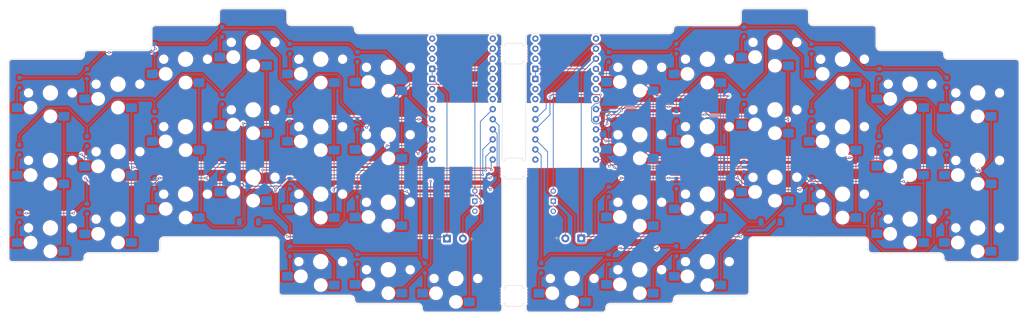
<source format=kicad_pcb>
(kicad_pcb (version 20241229) (generator "pcbnew") (generator_version "9.0")
  (layers (0 "F.Cu" signal) (2 "B.Cu" signal) (13 "F.Paste" user) (15 "B.Paste" user) (5 "F.SilkS" user "F.Silkscreen") (7 "B.SilkS" user "B.Silkscreen") (1 "F.Mask" user) (3 "B.Mask" user) (25 "Edge.Cuts" user))
  (net 0 "")
  (net 1 "GND_L")
  (net 2 "Net-(BAT_L1-BAT+)")
  (net 3 "GND_R")
  (net 4 "Net-(BAT_R1-BAT+)")
  (net 5 "ROW_L0")
  (net 6 "Net-(D1-A)")
  (net 7 "Net-(D2-A)")
  (net 8 "Net-(D3-A)")
  (net 9 "Net-(D4-A)")
  (net 10 "Net-(D5-A)")
  (net 11 "Net-(D6-A)")
  (net 12 "Net-(D7-A)")
  (net 13 "ROW_L1")
  (net 14 "Net-(D8-A)")
  (net 15 "Net-(D9-A)")
  (net 16 "Net-(D10-A)")
  (net 17 "Net-(D11-A)")
  (net 18 "Net-(D12-A)")
  (net 19 "Net-(D13-A)")
  (net 20 "ROW_L2")
  (net 21 "Net-(D14-A)")
  (net 22 "Net-(D15-A)")
  (net 23 "Net-(D16-A)")
  (net 24 "Net-(D17-A)")
  (net 25 "Net-(D18-A)")
  (net 26 "Net-(D19-A)")
  (net 27 "ROW_L3")
  (net 28 "Net-(D20-A)")
  (net 29 "Net-(D21-A)")
  (net 30 "ROW_R0")
  (net 31 "Net-(D22-A)")
  (net 32 "Net-(D23-A)")
  (net 33 "Net-(D24-A)")
  (net 34 "Net-(D25-A)")
  (net 35 "Net-(D26-A)")
  (net 36 "Net-(D27-A)")
  (net 37 "Net-(D28-A)")
  (net 38 "ROW_R1")
  (net 39 "Net-(D29-A)")
  (net 40 "Net-(D30-A)")
  (net 41 "Net-(D31-A)")
  (net 42 "Net-(D32-A)")
  (net 43 "Net-(D33-A)")
  (net 44 "Net-(D34-A)")
  (net 45 "ROW_R2")
  (net 46 "Net-(D35-A)")
  (net 47 "Net-(D36-A)")
  (net 48 "Net-(D37-A)")
  (net 49 "Net-(D38-A)")
  (net 50 "Net-(D39-A)")
  (net 51 "ROW_R3")
  (net 52 "Net-(D40-A)")
  (net 53 "Net-(D41-A)")
  (net 54 "Net-(D42-A)")
  (net 57 "COL_L1")
  (net 59 "COL_L4")
  (net 62 "COL_L5")
  (net 65 "COL_L2")
  (net 66 "RAW_L")
  (net 67 "COL_L0")
  (net 69 "COL_L3")
  (net 71 "COL_R4")
  (net 72 "COL_R1")
  (net 74 "COL_R2")
  (net 75 "COL_R5")
  (net 80 "RAW_R")
  (net 82 "COL_R0")
  (net 85 "COL_R3")
  (net 89 "RESET_L")
  (net 90 "RESET_R")
  (footprint "inpudiy:Kailh PG1350" (layer "F.Cu") (at 66 106.25)
    (property "Reference" "SW16")
    (property "Value" "~" (hide yes))
  )
  (footprint "inpudiy:Kailh PG1350" (layer "F.Cu") (at 197.25 89.25)
    (property "Reference" "SW29")
    (property "Value" "~" (hide yes))
  )
  (footprint "inpudiy:SOD323" (layer "F.Cu") (at 223.4524 86.6251)
    (property "Reference" "D31" (hide yes))
    (property "Value" "Diode" (hide yes))
  )
  (footprint "inpudiy:SOD323" (layer "F.Cu") (at 109.2 71.6501)
    (property "Reference" "D1" (hide yes))
    (property "Value" "Diode" (hide yes))
  )
  (footprint "inpudiy:Kailh PG1350" (layer "F.Cu") (at 117 125.29)
    (property "Reference" "SW20")
    (property "Value" "~" (hide yes))
  )
  (footprint "inpudiy:SOD323" (layer "F.Cu") (at 240.4524 92.9251)
    (property "Reference" "D32" (hide yes))
    (property "Value" "Diode" (hide yes))
  )
  (footprint "inpudiy:Kailh PG1350" (layer "F.Cu") (at 197.25 123.25)
    (property "Reference" "SW42")
    (property "Value" "~" (hide yes))
  )
  (footprint "inpudiy:SOD323" (layer "F.Cu") (at 41.2024 109.9251)
    (property "Reference" "D17" (hide yes))
    (property "Value" "Diode" (hide yes))
  )
  (footprint "inpudiy:SOD323" (layer "F.Cu") (at 58.2 86.625)
    (property "Reference" "D10" (hide yes))
    (property "Value" "Diode" (hide yes))
  )
  (footprint "inpudiy:SOD323" (layer "F.Cu") (at 24.2 95.125)
    (property "Reference" "D12" (hide yes))
    (property "Value" "Diode" (hide yes))
  )
  (footprint "inpudiy:Kailh PG1350" (layer "F.Cu") (at 49 112.54)
    (property "Reference" "SW17")
    (property "Value" "~" (hide yes))
  )
  (footprint "inpudiy:Kailh PG1350" (layer "F.Cu") (at 49 78.54)
    (property "Reference" "SW5")
    (property "Value" "~" (hide yes))
  )
  (footprint "inpudiy:SOD323" (layer "F.Cu") (at 257.45 78.125)
    (property "Reference" "D27" (hide yes))
    (property "Value" "Diode" (hide yes))
  )
  (footprint "inpudiy:Kailh PG1350" (layer "F.Cu") (at 66 89.25)
    (property "Reference" "SW10")
    (property "Value" "~" (hide yes))
  )
  (footprint "inpudiy:ProMicro_NN" (layer "F.Cu") (at 136.03 82.18)
    (property "Reference" "MCU_L1" (hide yes))
    (property "Value" "~" (hide yes))
  )
  (footprint "inpudiy:SOD323" (layer "F.Cu") (at 206.4524 82.3751)
    (property "Reference" "D30" (hide yes))
    (property "Value" "Diode" (hide yes))
  )
  (footprint "inpudiy:Kailh PG1350" (layer "F.Cu") (at 214.25 68)
    (property "Reference" "SW24")
    (property "Value" "~" (hide yes))
  )
  (footprint "inpudiy:Kailh PG1350" (layer "F.Cu") (at 66 72.25)
    (property "Reference" "SW4")
    (property "Value" "~" (hide yes))
  )
  (footprint "inpudiy:Hole" (layer "F.Cu") (at 145.7 70.74)
    (property "Reference" "Hole" (hide yes))
    (property "Value" "Hole" (hide yes))
  )
  (footprint "inpudiy:Kailh PG1350" (layer "F.Cu") (at 180.25 74.29)
    (property "Reference" "SW22")
    (property "Value" "~" (hide yes))
  )
  (footprint "inpudiy:Kailh PG1350" (layer "F.Cu") (at 214.25 102)
    (property "Reference" "SW36")
    (property "Value" "~" (hide yes))
  )
  (footprint "inpudiy:Kailh PG1350" (layer "F.Cu") (at 180.25 108.29)
    (property "Reference" "SW34")
    (property "Value" "~" (hide yes))
  )
  (footprint "inpudiy:SOD323" (layer "F.Cu") (at 92.2024 103.6251)
    (property "Reference" "D14" (hide yes))
    (property "Value" "Diode" (hide yes))
  )
  (footprint "inpudiy:SOD323" (layer "F.Cu") (at 75.2024 65.3751)
    (property "Reference" "D3" (hide yes))
    (property "Value" "Diode" (hide yes))
  )
  (footprint "inpudiy:Kailh PG1350" (layer "F.Cu") (at 83 102)
    (property "Reference" "SW15")
    (property "Value" "~" (hide yes))
  )
  (footprint "inpudiy:Kailh PG1350" (layer "F.Cu") (at 163.25 127.5)
    (property "Reference" "SW40")
    (property "Value" "~" (hide yes))
  )
  (footprint "inpudiy:Kailh PG1350" (layer "F.Cu") (at 117 91.29)
    (property "Reference" "SW7")
    (property "Value" "~" (hide yes))
  )
  (footprint "inpudiy:SOD323" (layer "F.Cu") (at 92.2274 120.6501)
    (property "Reference" "D21" (hide yes))
    (property "Value" "Diode" (hide yes))
  )
  (footprint "inpudiy:Kailh PG1350" (layer "F.Cu") (at 197.25 72.25)
    (property "Reference" "SW23")
    (property "Value" "~" (hide yes))
  )
  (footprint "inpudiy:BSI-10H" (layer "F.Cu") (at 155.191 108 90)
    (property "Reference" "PW_R1" (hide yes))
    (property "Value" "~" (hide yes))
  )
  (footprint "inpudiy:SOD323" (layer "F.Cu") (at 75.2024 82.3751)
    (property "Reference" "D9" (hide yes))
    (property "Value" "Diode" (hide yes))
  )
  (footprint "inpudiy:Kailh PG1350" (layer "F.Cu") (at 248.25 95.54)
    (property "Reference" "SW32")
    (property "Value" "~" (hide yes))
  )
  (footprint "inpudiy:SOD323" (layer "F.Cu") (at 172.4524 71.6751)
    (property "Reference" "D22" (hide yes))
    (property "Value" "Diode" (hide yes))
  )
  (footprint "inpudiy:SOD323" (layer "F.Cu") (at 172.4524 88.6751)
    (property "Reference" "D28" (hide yes))
    (property "Value" "Diode" (hide yes))
  )
  (footprint "inpudiy:SOD323" (layer "F.Cu") (at 257.4524 112.1251)
    (property "Reference" "D39" (hide yes))
    (property "Value" "Diode" (hide yes))
  )
  (footprint "inpudiy:Battery" (layer "F.Cu") (at 133.925 117.525 180)
    (property "Reference" "BAT_L1" (hide yes))
    (property "Value" "~" (hide yes))
  )
  (footprint "inpudiy:Kailh PG1350" (layer "F.Cu") (at 83 68)
    (property "Reference" "SW3")
    (property "Value" "~" (hide yes))
  )
  (footprint "inpudiy:SOD323" (layer "F.Cu") (at 189.4524 69.6251)
    (property "Reference" "D23" (hide yes))
    (property "Value" "Diode" (hide yes))
  )
  (footprint "inpudiy:Kailh PG1350" (layer "F.Cu") (at 100 123.25)
    (property "Reference" "SW21")
    (property "Value" "~" (hide yes))
  )
  (footprint "inpudiy:Kailh PG1350" (layer "F.Cu") (at 248.25 112.54)
    (property "Reference" "SW38")
    (property "Value" "~" (hide yes))
  )
  (footprint "inpudiy:SOD323" (layer "F.Cu") (at 41.2024 75.9251)
    (property "Reference" "D5" (hide yes))
    (property "Value" "Diode" (hide yes))
  )
  (footprint "inpudiy:Kailh PG1350" (layer "F.Cu") (at 231.25 72.25)
    (property "Reference" "SW25")
    (property "Value" "~" (hide yes))
  )
  (footprint "inpudiy:Kailh PG1350" (layer "F.Cu") (at 100 89.25)
    (property "Reference" "SW8")
    (property "Value" "~" (hide yes))
  )
  (footprint "inpudiy:SOD323" (layer "F.Cu") (at 126.2024 124.8751)
    (property "Reference" "D19" (hide yes))
    (property "Value" "Diode" (hide yes))
  )
  (footprint "inpudiy:Kailh PG1350" (layer "F.Cu") (at 134 127.5)
    (property "Reference" "SW19")
    (property "Value" "~" (hide yes))
  )
  (footprint "inpudiy:SOD323" (layer "F.Cu") (at 240.4524 75.9001)
    (property "Reference" "D26" (hide yes))
    (property "Value" "Diode" (hide yes))
  )
  (footprint "inpudiy:Kailh PG1350" (layer "F.Cu") (at 214.25 85)
    (property "Reference" "SW30")
    (property "Value" "~" (hide yes))
  )
  (footprint "inpudiy:SOD323" (layer "F.Cu") (at 109.2024 88.6751)
    (property "Reference" "D7" (hide yes))
    (property "Value" "Diode" (hide yes))
  )
  (footprint "inpudiy:Kailh PG1350" (layer "F.Cu") (at 32 97.75)
    (property "Reference" "SW12")
    (property "Value" "~" (hide yes))
  )
  (footprint "inpudiy:Kailh PG1350" (layer "F.Cu") (at 49 95.54)
    (property "Reference" "SW11")
    (property "Value" "~" (hide yes))
  )
  (footprint "inpudiy:Reset" (layer "F.Cu") (at 81.875 113.24)
    (property "Reference" "RS_L1")
    (property "Value" "~" (hide yes))
  )
  (footprint "inpudiy:SOD323" (layer "F.Cu") (at 240.4524 109.9251)
    (property "Reference" "D38" (hide yes))
    (property "Value" "Diode" (hide yes))
  )
  (footprint "inpudiy:Kailh PG1350" (layer "F.Cu") (at 265.25 80.75)
    (property "Reference" "SW27")
    (property "Value" "~" (hide yes))
  )
  (footprint "inpudiy:SOD323" (layer "F.Cu") (at 109.2024 122.6751)
    (property "Reference" "D20" (hide yes))
    (property "Value" "Diode" (hide yes))
  )
  (footprint "inpudiy:SOD323" (layer "F.Cu") (at 172.45 122.675)
    (property "Reference" "D41" (hide yes))
    (property "Value" "Diode" (hide yes))
  )
  (footprint "inpudiy:Kailh PG1350" (layer "F.Cu") (at 117 108.29)
    (property "Reference" "SW13")
    (property "Value" "~" (hide yes))
  )
  (footprint "inpudiy:BSI-10H" (layer "F.Cu") (at 142.069 108 -90)
    (property "Reference" "PW_L1" (hide yes))
    (property "Value" "~" (hide yes))
  )
  (footprint "inpudiy:SOD323" (layer "F.Cu") (at 24.2024 112.1251)
    (property "Reference" "D18" (hide yes))
    (property "Value" "Diode" (hide yes))
  )
  (footprint "inpudiy:SOD323" (layer "F.Cu") (at 206.45 65.375)
    (property "Reference" "D24" (hide yes))
    (property "Value" "Diode" (hide yes))
  )
  (footprint "inpudiy:SOD323" (layer "F.Cu") (at 109.2024 105.6751)
    (property "Reference" "D13" (hide yes))
    (property "Value" "Diode" (hide yes))
  )
  (footprint "inpudiy:SOD323" (layer "F.Cu") (at 58.2024 69.6251)
    (property "Reference" "D4" (hide yes))
    (property "Value" "Diode" (hide yes))
  )
  (footprint "inpudiy:Hole" (layer "F.Cu") (at 151.58 70.725)
    (property "Reference" "Hole" (hide yes))
    (property "Value" "Hole" (hide yes))
  )
  (footprint "inpudiy:ProMicro_NN" (layer "F.Cu") (at 161.99 82.18)
    (property "Reference" "MCU_R1" (hide yes))
    (property "Value" "~" (hide yes))
  )
  (footprint "inpudiy:Kailh PG1350" (layer "F.Cu") (at 197.25 106.25)
    (property "Reference" "SW35")
    (property "Value" "~" (hide yes))
  )
  (footprint "inpudiy:Kailh PG1350" (layer "F.Cu") (at 231.25 89.25)
    (property "Reference" "SW31")
    (property "Value" "~" (hide yes))
  )
  (footprint "inpudiy:Kailh PG1350" (layer "F.Cu") (at 100 72.25)
    (property "Reference" "SW2")
    (property "Value" "~" (hide yes))
  )
  (footprint "inpudiy:SOD323" (layer "F.Cu") (at 24.2274 78.1501)
    (property "Reference" "D6" (hide yes))
    (property "Value" "Diode" (hide yes))
  )
  (footprint "inpudiy:Kailh PG1350" (layer "F.Cu") (at 83 85)
    (property "Reference" "SW9")
    (property "Value" "~" (hide yes))
  )
  (footprint "inpudiy:Kailh PG1350" (layer "F.Cu") (at 265.25 114.75)
    (property "Reference" "SW39")
    (property "Value" "~" (hide yes))
  )
  (footprint "inpudiy:Kailh PG1350" (layer "F.Cu") (at 32 114.75)
    (property "Reference" "SW18")
    (property "Value" "~" (hide yes))
  )
  (footprint "inpudiy:Hole" (layer "F.Cu") (at 145.64 99.705)
    (property "Reference" "Hole" (hide yes))
    (property "Value" "Hole" (hide yes))
  )
  (footprint "inpudiy:Kailh PG1350" (layer "F.Cu") (at 265.25 97.75)
    (property "Reference" "SW33")
    (property "Value" "~" (hide yes))
  )
  (footprint "inpudiy:SOD323" (layer "F.Cu") (at 223.4524 103.6251)
    (property "Reference" "D37" (hide yes))
    (property "Value" "Diode" (hide yes))
  )
  (footprint "inpudiy:SOD323" (layer "F.Cu") (at 223.4524 69.6251)
    (property "Reference" "D25" (hide yes))
    (property "Value" "Diode" (hide yes))
  )
  (footprint "inpudiy:Kailh PG1350" (layer "F.Cu") (at 100 106.25)
    (property "Reference" "SW14")
    (property "Value" "~" (hide yes))
  )
  (footprint "inpudiy:SOD323" (layer "F.Cu") (at 189.4524 120.6251)
    (property "Reference" "D42" (hide yes))
    (property "Value" "Diode" (hide yes))
  )
  (footprint "inpudiy:Hole" (layer "F.Cu") (at 151.52 99.69)
    (property "Reference" "Hole" (hide yes))
    (property "Value" "Hole" (hide yes))
  )
  (footprint "inpudiy:SOD323" (layer "F.Cu") (at 41.2024 92.9001)
    (property "Reference" "D11" (hide yes))
    (property "Value" "Diode" (hide yes))
  )
  (footprint "inpudiy:SOD323" (layer "F.Cu") (at 172.4524 105.6751)
    (property "Reference" "D34" (hide yes))
    (property "Value" "Diode" (hide yes))
  )
  (footprint "inpudiy:Kailh PG1350" (layer "F.Cu") (at 32 80.75)
    (property "Reference" "SW6")
    (property "Value" "~" (hide yes))
  )
  (footprint "inpudiy:SOD323" (layer "F.Cu") (at 75.2024 99.3751)
    (property "Reference" "D15" (hide yes))
    (property "Value" "Diode" (hide yes))
  )
  (footprint "inpudiy:SOD323" (layer "F.Cu") (at 92.2024 69.6251)
    (property "Reference" "D2" (hide yes))
    (property "Value" "Diode" (hide yes))
  )
  (footprint "inpudiy:Hole" (layer "F.Cu") (at 151.55 131.79)
    (property "Reference" "Hole" (hide yes))
    (property "Value" "Hole" (hide yes))
  )
  (footprint "inpudiy:SOD323" (layer "F.Cu") (at 257.4524 95.1251)
    (property "Reference" "D33" (hide yes))
    (property "Value" "Diode" (hide yes))
  )
  (footprint "inpudiy:SOD323" (layer "F.Cu") (at 189.4524 86.6251)
    (property "Reference" "D29" (hide yes))
    (property "Value" "Diode" (hide yes))
  )
  (footprint "inpudiy:Kailh PG1350" (layer "F.Cu") (at 117 74.29)
    (property "Reference" "SW1")
    (property "Value" "~" (hide yes))
  )
  (footprint "inpudiy:SOD323" (layer "F.Cu") (at 206.45 99.375)
    (property "Reference" "D36" (hide yes))
    (property "Value" "Diode" (hide yes))
  )
  (footprint "inpudiy:SOD323" (layer "F.Cu") (at 155.4524 124.8751)
    (property "Reference" "D40" (hide yes))
    (property "Value" "Diode" (hide yes))
  )
  (footprint "inpudiy:SOD323" (layer "F.Cu") (at 58.2024 103.6251)
    (property "Reference" "D16" (hide yes))
    (property "Value" "Diode" (hide yes))
  )
  (footprint "inpudiy:Kailh PG1350" (layer "F.Cu") (at 180.25 125.29)
    (property "Reference" "SW41")
    (property "Value" "~" (hide yes))
  )
  (footprint "inpudiy:SOD323" (layer "F.Cu") (at 189.45 103.625)
    (property "Reference" "D35" (hide yes))
    (property "Value" "Diode" (hide yes))
  )
  (footprint "inpudiy:Hole" (layer "F.Cu") (at 145.67 131.805)
    (property "Reference" "Hole" (hide yes))
    (property "Value" "Hole" (hide yes))
  )
  (footprint "inpudiy:Kailh PG1350" (layer "F.Cu") (at 180.25 91.29)
    (property "Reference" "SW28")
    (property "Value" "~" (hide yes))
  )
  (footprint "inpudiy:Battery" (layer "F.Cu") (at 163.35 117.325)
    (property "Reference" "BAT_R1" (hide yes))
    (property "Value" "~" (hide yes))
  )
  (footprint "inpudiy:Kailh PG1350" (layer "F.Cu") (at 248.25 78.54)
    (property "Reference" "SW26")
    (property "Value" "~" (hide yes))
  )
  (footprint "inpudiy:Kailh PG1350" (layer "F.Cu") (at 231.25 106.25)
    (property "Reference" "SW37")
    (property "Value" "~" (hide yes))
  )
  (footprint "inpudiy:SOD323" (layer "F.Cu") (at 92.2 86.625)
    (property "Reference" "D8" (hide yes))
    (property "Value" "Diode" (hide yes))
  )
  (footprint "inpudiy:Reset" (layer "F.Cu") (at 213.125 113.24)
    (property "Reference" "RS_R1")
    (property "Value" "~" (hide yes))
  )
  (gr_line (start 146.175355 130) (end 145.675355 130) (stroke (width 0.1)) (layer "Edge.Cuts"))
  (gr_line (start 145.675355 130) (end 145.675355 101.675) (stroke (width 0.1)) (layer "Edge.Cuts"))
  (gr_line (start 237.64748 118.160859) (end 237.644708 120.158409) (stroke (width 0.1)) (layer "Edge.Cuts"))
  (gr_arc (start 145.675355 135.100355) (mid 145.382336 135.807232) (end 144.675355 136.1) (stroke (width 0.1)) (layer "Edge.Cuts"))
  (gr_arc (start 240.85 69.94) (mid 240.142893 69.647107) (end 239.85 68.94) (stroke (width 0.1)) (layer "Edge.Cuts"))
  (gr_arc (start 171.82969 135.1) (mid 171.536796 135.807103) (end 170.82969 136.1) (stroke (width 0.1)) (layer "Edge.Cuts"))
  (gr_arc (start 150.805099 133.99929) (mid 150.878322 133.822513) (end 151.055099 133.74929) (stroke (width 0.1)) (layer "Edge.Cuts"))
  (gr_line (start 256.85 71.15) (end 256.85 70.94) (stroke (width 0.1)) (layer "Edge.Cuts"))
  (gr_arc (start 88.400176 117.149656) (mid 89.107071 117.442665) (end 89.399848 118.149656) (stroke (width 0.1)) (layer "Edge.Cuts"))
  (gr_arc (start 274.830026 72.15) (mid 275.537116 72.442902) (end 275.830026 73.15) (stroke (width 0.1)) (layer "Edge.Cuts"))
  (gr_arc (start 21.4 73.15) (mid 21.692893 72.442893) (end 22.4 72.15) (stroke (width 0.1)) (layer "Edge.Cuts"))
  (gr_line (start 89.399848 118.149656) (end 89.399848 130.849984) (stroke (width 0.1)) (layer "Edge.Cuts"))
  (gr_line (start 39.4 72.15) (end 22.4 72.15) (stroke (width 0.1)) (layer "Edge.Cuts"))
  (gr_arc (start 188.82969 132.85) (mid 189.122583 132.14289) (end 189.82969 131.85) (stroke (width 0.1)) (layer "Edge.Cuts"))
  (gr_arc (start 57.4 64.65) (mid 57.692893 63.942893) (end 58.4 63.65) (stroke (width 0.1)) (layer "Edge.Cuts"))
  (gr_arc (start 90.6 59.4) (mid 91.307107 59.692893) (end 91.6 60.4) (stroke (width 0.1)) (layer "Edge.Cuts"))
  (gr_arc (start 40.6 122.350521) (mid 40.307291 123.057444) (end 39.600521 123.350521) (stroke (width 0.1)) (layer "Edge.Cuts"))
  (gr_arc (start 150.55 97.175) (mid 150.726776 97.248224) (end 150.8 97.425) (stroke (width 0.1)) (layer "Edge.Cuts"))
  (gr_line (start 146.175355 72.7) (end 145.675355 72.7) (stroke (width 0.1)) (layer "Edge.Cuts"))
  (gr_line (start 150.55 97.175) (end 146.670657 97.175) (stroke (width 0.1)) (layer "Edge.Cuts"))
  (gr_line (start 56.4 69.94) (end 41.4 69.94) (stroke (width 0.1)) (layer "Edge.Cuts"))
  (gr_arc (start 90.399848 131.85) (mid 89.692705 131.557118) (end 89.399848 130.849984) (stroke (width 0.1)) (layer "Edge.Cuts"))
  (gr_arc (start 257.630547 123.369479) (mid 256.923094 123.076778) (end 256.630026 122.369479) (stroke (width 0.1)) (layer "Edge.Cuts"))
  (gr_arc (start 152.555045 136.1) (mid 151.847784 135.806997) (end 151.555045 135.099645) (stroke (width 0.1)) (layer "Edge.Cuts"))
  (gr_arc (start 255.630231 121.159795) (mid 256.33719 121.45277) (end 256.630026 122.159795) (stroke (width 0.1)) (layer "Edge.Cuts"))
  (gr_line (start 108.4 132.85) (end 108.4 132.89) (stroke (width 0.1)) (layer "Edge.Cuts"))
  (gr_arc (start 150.805099 73.19929) (mid 150.731876 73.376067) (end 150.555099 73.44929) (stroke (width 0.1)) (layer "Edge.Cuts"))
  (gr_arc (start 188.65 64.69) (mid 188.357107 65.397107) (end 187.65 65.69) (stroke (width 0.1)) (layer "Edge.Cuts"))
  (gr_arc (start 146.425355 68.7) (mid 146.352132 68.876777) (end 146.175355 68.95) (stroke (width 0.1)) (layer "Edge.Cuts"))
  (gr_arc (start 146.425355 97.425) (mid 146.498578 97.248223) (end 146.675355 97.175) (stroke (width 0.1)) (layer "Edge.Cuts"))
  (gr_line (start 151.055099 101.67429) (end 151.555101 101.67429) (stroke (width 0.1)) (layer "Edge.Cuts"))
  (gr_arc (start 59.594238 118.139149) (mid 59.887727 117.432813) (end 60.594566 117.140537) (stroke (width 0.1)) (layer "Edge.Cuts"))
  (gr_arc (start 150.805099 102.17429) (mid 150.731876 102.351067) (end 150.555099 102.42429) (stroke (width 0.1)) (layer "Edge.Cuts"))
  (gr_line (start 256.630026 122.159795) (end 256.630026 122.369479) (stroke (width 0.1)) (layer "Edge.Cuts"))
  (gr_line (start 150.8 97.675) (end 150.8 97.425) (stroke (width 0.1)) (layer "Edge.Cuts"))
  (gr_line (start 58.591461 121.140205) (end 41.603162 121.140205) (stroke (width 0.1)) (layer "Edge.Cuts"))
  (gr_line (start 126.4 136.1) (end 144.675355 136.1) (stroke (width 0.1)) (layer "Edge.Cuts"))
  (gr_line (start 74.4 60.4) (end 74.4 62.65) (stroke (width 0.1)) (layer "Edge.Cuts"))
  (gr_arc (start 109.4 133.89) (mid 108.692893 133.597107) (end 108.4 132.89) (stroke (width 0.1)) (layer "Edge.Cuts"))
  (gr_line (start 150.55 68.2) (end 146.670657 68.2) (stroke (width 0.1)) (layer "Edge.Cuts"))
  (gr_line (start 144.675355 65.69) (end 109.6 65.69) (stroke (width 0.1)) (layer "Edge.Cuts"))
  (gr_line (start 151.555101 72.69929) (end 151.55 97.925) (stroke (width 0.1)) (layer "Edge.Cuts"))
  (gr_line (start 171.82969 134.89) (end 171.82969 135.1) (stroke (width 0.1)) (layer "Edge.Cuts"))
  (gr_line (start 151.05 130) (end 151.55 130) (stroke (width 0.1)) (layer "Edge.Cuts"))
  (gr_line (start 150.55 129.25) (end 146.670657 129.25) (stroke (width 0.1)) (layer "Edge.Cuts"))
  (gr_arc (start 146.425355 97.675) (mid 146.352132 97.851777) (end 146.175355 97.925) (stroke (width 0.1)) (layer "Edge.Cuts"))
  (gr_arc (start 188.82969 132.89) (mid 188.536796 133.597103) (end 187.82969 133.89) (stroke (width 0.1)) (layer "Edge.Cuts"))
  (gr_line (start 90.6 59.4) (end 75.4 59.4) (stroke (width 0.1)) (layer "Edge.Cuts"))
  (gr_line (start 59.594238 118.139149) (end 59.59146 120.141593) (stroke (width 0.1)) (layer "Edge.Cuts"))
  (gr_line (start 150.805099 101.92429) (end 150.805099 102.17429) (stroke (width 0.1)) (layer "Edge.Cuts"))
  (gr_line (start 150.805099 72.94929) (end 150.805099 73.19929) (stroke (width 0.1)) (layer "Edge.Cuts"))
  (gr_line (start 40.4 71.15) (end 40.4 70.94) (stroke (width 0.1)) (layer "Edge.Cuts"))
  (gr_arc (start 150.805099 134.24929) (mid 150.731876 134.426067) (end 150.555099 134.49929) (stroke (width 0.1)) (layer "Edge.Cuts"))
  (gr_arc (start 151.05 130) (mid 150.873223 129.926777) (end 150.8 129.75) (stroke (width 0.1)) (layer "Edge.Cuts"))
  (gr_line (start 187.65 65.69) (end 152.579335 65.69) (stroke (width 0.1)) (layer "Edge.Cuts"))
  (gr_arc (start 205.65 60.4) (mid 205.942893 59.692893) (end 206.65 59.4) (stroke (width 0.1)) (layer "Edge.Cuts"))
  (gr_line (start 125.4 134.89) (end 125.4 135.1) (stroke (width 0.1)) (layer "Edge.Cuts"))
  (gr_line (start 151.579335 66.69) (end 151.579335 68.95) (stroke (width 0.1)) (layer "Edge.Cuts"))
  (gr_line (start 207.829874 118.150329) (end 207.829874 130.85) (stroke (width 0.1)) (layer "Edge.Cuts"))
  (gr_arc (start 255.85 69.94) (mid 256.557107 70.232893) (end 256.85 70.94) (stroke (width 0.1)) (layer "Edge.Cuts"))
  (gr_line (start 275.830026 122.360521) (end 275.830026 73.15) (stroke (width 0.1)) (layer "Edge.Cuts"))
  (gr_line (start 204.65 63.65) (end 189.65 63.65) (stroke (width 0.1)) (layer "Edge.Cuts"))
  (gr_line (start 146.425355 101.925) (end 146.425355 102.175) (stroke (width 0.1)) (layer "Edge.Cuts"))
  (gr_line (start 205.65 62.65) (end 205.65 60.4) (stroke (width 0.1)) (layer "Edge.Cuts"))
  (gr_arc (start 146.675355 102.425) (mid 146.498578 102.351777) (end 146.425355 102.175) (stroke (width 0.1)) (layer "Edge.Cuts"))
  (gr_arc (start 238.85 63.65) (mid 239.557107 63.942893) (end 239.85 64.65) (stroke (width 0.1)) (layer "Edge.Cuts"))
  (gr_arc (start 205.65 62.65) (mid 205.357107 63.357107) (end 204.65 63.65) (stroke (width 0.1)) (layer "Edge.Cuts"))
  (gr_arc (start 150.805099 101.92429) (mid 150.878322 101.747513) (end 151.055099 101.67429) (stroke (width 0.1)) (layer "Edge.Cuts"))
  (gr_arc (start 146.175355 101.675) (mid 146.352132 101.748223) (end 146.425355 101.925) (stroke (width 0.1)) (layer "Edge.Cuts"))
  (gr_line (start 151.0501 68.95) (end 151.579335 68.95) (stroke (width 0.1)) (layer "Edge.Cuts"))
  (gr_line (start 145.675355 133.75) (end 145.675355 135.1) (stroke (width 0.1)) (layer "Edge.Cuts"))
  (gr_arc (start 107.4 131.85) (mid 108.107107 132.142893) (end 108.4 132.85) (stroke (width 0.1)) (layer "Edge.Cuts"))
  (gr_arc (start 146.175355 133.75) (mid 146.352132 133.823223) (end 146.425355 134) (stroke (width 0.1)) (layer "Edge.Cuts"))
  (gr_arc (start 223.85 63.65) (mid 223.142893 63.357107) (end 222.85 62.65) (stroke (width 0.1)) (layer "Edge.Cuts"))
  (gr_line (start 146.425355 97.675) (end 146.425355 97.425) (stroke (width 0.1)) (layer "Edge.Cuts"))
  (gr_arc (start 92.6 63.65) (mid 91.892893 63.357107) (end 91.6 62.65) (stroke (width 0.1)) (layer "Edge.Cuts"))
  (gr_arc (start 150.805099 72.94929) (mid 150.878322 72.772513) (end 151.055099 72.69929) (stroke (width 0.1)) (layer "Edge.Cuts"))
  (gr_arc (start 74.4 62.65) (mid 74.107107 63.357107) (end 73.4 63.65) (stroke (width 0.1)) (layer "Edge.Cuts"))
  (gr_line (start 146.425355 129.75) (end 146.425355 129.5) (stroke (width 0.1)) (layer "Edge.Cuts"))
  (gr_arc (start 207.829874 118.150329) (mid 208.122872 117.443078) (end 208.830203 117.150329) (stroke (width 0.1)) (layer "Edge.Cuts"))
  (gr_line (start 88.400176 117.149656) (end 60.594566 117.140537) (stroke (width 0.1)) (layer "Edge.Cuts"))
  (gr_arc (start 236.64781 117.159471) (mid 237.355195 117.452971) (end 237.64748 118.160859) (stroke (width 0.1)) (layer "Edge.Cuts"))
  (gr_line (start 146.175355 97.925) (end 145.675355 97.925) (stroke (width 0.1)) (layer "Edge.Cuts"))
  (gr_line (start 206.829874 131.85) (end 189.82969 131.85) (stroke (width 0.1)) (layer "Edge.Cuts"))
  (gr_arc (start 40.6 122.140205) (mid 40.892964 121.433023) (end 41.600205 121.140205) (stroke (width 0.1)) (layer "Edge.Cuts"))
  (gr_arc (start 151.05 97.925) (mid 150.873242 97.851766) (end 150.8 97.675) (stroke (width 0.1)) (layer "Edge.Cuts"))
  (gr_arc (start 40.4 70.94) (mid 40.692893 70.232893) (end 41.4 69.94) (stroke (width 0.1)) (layer "Edge.Cuts"))
  (gr_line (start 146.675355 73.449999) (end 150.557221 73.44929) (stroke (width 0.1)) (layer "Edge.Cuts"))
  (gr_line (start 124.4 133.89) (end 109.4 133.89) (stroke (width 0.1)) (layer "Edge.Cuts"))
  (gr_line (start 146.175355 68.95) (end 145.675355 68.95) (stroke (width 0.1)) (layer "Edge.Cuts"))
  (gr_line (start 151.055099 133.74929) (end 151.555101 133.74929) (stroke (width 0.1)) (layer "Edge.Cuts"))
  (gr_arc (start 188.65 64.65) (mid 188.942893 63.942893) (end 189.65 63.65) (stroke (width 0.1)) (layer "Edge.Cuts"))
  (gr_line (start 21.4 122.359479) (end 21.4 73.15) (stroke (width 0.1)) (layer "Edge.Cuts"))
  (gr_line (start 146.175355 133.75) (end 145.675355 133.75) (stroke (width 0.1)) (layer "Edge.Cuts"))
  (gr_arc (start 151.579335 66.689645) (mid 151.872356 65.98278) (end 152.579335 65.69) (stroke (width 0.1)) (layer "Edge.Cuts"))
  (gr_arc (start 275.830026 122.360521) (mid 275.537311 123.067439) (end 274.830547 123.360521) (stroke (width 0.1)) (layer "Edge.Cuts"))
  (gr_line (start 236.64781 117.159471) (end 208.830203 117.150329) (stroke (width 0.1)) (layer "Edge.Cuts"))
  (gr_line (start 39.600521 123.350521) (end 22.400521 123.359479) (stroke (width 0.1)) (layer "Edge.Cuts"))
  (gr_arc (start 146.675355 134.5) (mid 146.498578 134.426777) (end 146.425355 134.25) (stroke (width 0.1)) (layer "Edge.Cuts"))
  (gr_arc (start 107.6 63.65) (mid 108.307107 63.942893) (end 108.6 64.65) (stroke (width 0.1)) (layer "Edge.Cuts"))
  (gr_line (start 146.425355 134.004743) (end 146.425355 134.25) (stroke (width 0.1)) (layer "Edge.Cuts"))
  (gr_line (start 239.85 64.65) (end 239.85 68.94) (stroke (width 0.1)) (layer "Edge.Cuts"))
  (gr_line (start 150.8 129.75) (end 150.8 129.5) (stroke (width 0.1)) (layer "Edge.Cuts"))
  (gr_line (start 146.425355 68.7) (end 146.425355 68.45) (stroke (width 0.1)) (layer "Edge.Cuts"))
  (gr_line (start 150.552979 134.49929) (end 146.6754 134.5) (stroke (width 0.1)) (layer "Edge.Cuts"))
  (gr_line (start 274.830547 123.360521) (end 257.630547 123.369479) (stroke (width 0.1)) (layer "Edge.Cuts"))
  (gr_line (start 188.82969 132.85) (end 188.82969 132.89) (stroke (width 0.1)) (layer "Edge.Cuts"))
  (gr_arc (start 74.4 60.4) (mid 74.692893 59.692893) (end 75.4 59.4) (stroke (width 0.1)) (layer "Edge.Cuts"))
  (gr_line (start 151.05 97.925) (end 151.55 97.925) (stroke (width 0.1)) (layer "Edge.Cuts"))
  (gr_line (start 150.8 68.7) (end 150.8 68.45) (stroke (width 0.1)) (layer "Edge.Cuts"))
  (gr_arc (start 171.82969 134.89) (mid 172.122583 134.18289) (end 172.82969 133.89) (stroke (width 0.1)) (layer "Edge.Cuts"))
  (gr_arc (start 238.644707 121.159796) (mid 237.93711 120.866412) (end 237.644708 120.158409) (stroke (width 0.1)) (layer "Edge.Cuts"))
  (gr_line (start 151.555101 101.67429) (end 151.55 130) (stroke (width 0.1)) (layer "Edge.Cuts"))
  (gr_line (start 146.425355 72.95) (end 146.425355 73.2) (stroke (width 0.1)) (layer "Edge.Cuts"))
  (gr_line (start 152.555045 136.1) (end 170.82969 136.1) (stroke (width 0.1)) (layer "Edge.Cuts"))
  (gr_line (start 172.82969 133.89) (end 187.82969 133.89) (stroke (width 0.1)) (layer "Edge.Cuts"))
  (gr_line (start 107.6 63.65) (end 92.6 63.65) (stroke (width 0.1)) (layer "Edge.Cuts"))
  (gr_arc (start 146.425355 129.75) (mid 146.352132 129.926777) (end 146.175355 130) (stroke (width 0.1)) (layer "Edge.Cuts"))
  (gr_arc (start 57.4 68.94) (mid 57.107107 69.647107) (end 56.4 69.94) (stroke (width 0.1)) (layer "Edge.Cuts"))
  (gr_arc (start 207.829874 130.850016) (mid 207.536974 131.557103) (end 206.829874 131.85) (stroke (width 0.1)) (layer "Edge.Cuts"))
  (gr_arc (start 151.05 68.95) (mid 150.873242 68.876766) (end 150.8 68.7) (stroke (width 0.1)) (layer "Edge.Cuts"))
  (gr_arc (start 40.4 71.15) (mid 40.107107 71.857107) (end 39.4 72.15) (stroke (width 0.1)) (layer "Edge.Cuts"))
  (gr_line (start 107.4 131.85) (end 90.399848 131.85) (stroke (width 0.1)) (layer "Edge.Cuts"))
  (gr_arc (start 126.4 136.1) (mid 125.692893 135.807107) (end 125.4 135.1) (stroke (width 0.1)) (layer "Edge.Cuts"))
  (gr_line (start 188.65 64.65) (end 188.65 64.69) (stroke (width 0.1)) (layer "Edge.Cuts"))
  (gr_arc (start 59.59146 120.141593) (mid 59.298073 120.847785) (end 58.591461 121.140205) (stroke (width 0.1)) (layer "Edge.Cuts"))
  (gr_line (start 151.555101 135.099645) (end 151.555101 133.74929) (stroke (width 0.1)) (layer "Edge.Cuts"))
  (gr_arc (start 22.400521 123.359479) (mid 21.693077 123.06677) (end 21.4 122.359479) (stroke (width 0.1)) (layer "Edge.Cuts"))
  (gr_arc (start 146.675355 73.45) (mid 146.498578 73.376777) (end 146.425355 73.2) (stroke (width 0.1)) (layer "Edge.Cuts"))
  (gr_arc (start 257.85 72.15) (mid 257.142893 71.857107) (end 256.85 71.15) (stroke (width 0.1)) (layer "Edge.Cuts"))
  (gr_line (start 255.630231 121.159796) (end 238.644707 121.159796) (stroke (width 0.1)) (layer "Edge.Cuts"))
  (gr_line (start 108.6 64.69) (end 108.6 64.65) (stroke (width 0.1)) (layer "Edge.Cuts"))
  (gr_line (start 73.4 63.65) (end 58.4 63.65) (stroke (width 0.1)) (layer "Edge.Cuts"))
  (gr_line (start 150.805099 133.99929) (end 150.805099 134.24929) (stroke (width 0.1)) (layer "Edge.Cuts"))
  (gr_arc (start 150.55 68.2) (mid 150.726776 68.273224) (end 150.8 68.45) (stroke (width 0.1)) (layer "Edge.Cuts"))
  (gr_line (start 40.6 122.140205) (end 40.6 122.350521) (stroke (width 0.1)) (layer "Edge.Cuts"))
  (gr_arc (start 144.675355 65.69) (mid 145.382462 65.982893) (end 145.675355 66.69) (stroke (width 0.1)) (layer "Edge.Cuts"))
  (gr_arc (start 150.55 129.25) (mid 150.726777 129.323223) (end 150.8 129.5) (stroke (width 0.1)) (layer "Edge.Cuts"))
  (gr_line (start 146.175355 101.675) (end 145.675355 101.675) (stroke (width 0.1)) (layer "Edge.Cuts"))
  (gr_arc (start 221.85 59.4) (mid 222.557107 59.692893) (end 222.85 60.4) (stroke (width 0.1)) (layer "Edge.Cuts"))
  (gr_arc (start 124.4 133.89) (mid 125.107107 134.182893) (end 125.4 134.89) (stroke (width 0.1)) (layer "Edge.Cuts"))
  (gr_arc (start 109.6 65.69) (mid 108.892893 65.397107) (end 108.6 64.69) (stroke (width 0.1)) (layer "Edge.Cuts"))
  (gr_line (start 145.675355 66.69) (end 145.675355 68.95) (stroke (width 0.1)) (layer "Edge.Cuts"))
  (gr_line (start 91.6 62.65) (end 91.6 60.4) (stroke (width 0.1)) (layer "Edge.Cuts"))
  (gr_line (start 223.85 63.65) (end 238.85 63.65) (stroke (width 0.1)) (layer "Edge.Cuts"))
  (gr_line (start 222.85 60.4) (end 222.85 62.65) (stroke (width 0.1)) (layer "Edge.Cuts"))
  (gr_line (start 221.85 59.4) (end 206.65 59.4) (stroke (width 0.1)) (layer "Edge.Cuts"))
  (gr_line (start 151.055099 72.69929) (end 151.555101 72.69929) (stroke (width 0.1)) (layer "Edge.Cuts"))
  (gr_line (start 240.85 69.94) (end 255.85 69.94) (stroke (width 0.1)) (layer "Edge.Cuts"))
  (gr_line (start 146.675355 102.424999) (end 150.557221 102.42429) (stroke (width 0.1)) (layer "Edge.Cuts"))
  (gr_arc (start 146.425355 129.5) (mid 146.498578 129.323223) (end 146.675355 129.25) (stroke (width 0.1)) (layer "Edge.Cuts"))
  (gr_line (start 145.675355 97.925) (end 145.675355 72.7) (stroke (width 0.1)) (layer "Edge.Cuts"))
  (gr_line (start 57.4 64.65) (end 57.4 68.94) (stroke (width 0.1)) (layer "Edge.Cuts"))
  (gr_arc (start 146.425355 68.45) (mid 146.498578 68.273223) (end 146.675355 68.2) (stroke (width 0.1)) (layer "Edge.Cuts"))
  (gr_arc (start 146.175355 72.7) (mid 146.352132 72.773223) (end 146.425355 72.95) (stroke (width 0.1)) (layer "Edge.Cuts"))
  (gr_line (start 257.85 72.15) (end 274.830026 72.15) (stroke (width 0.1)) (layer "Edge.Cuts"))
  (segment (start 131.2749 116.9749) (end 131.75 117.45) (width 0.2) (layer "F.Cu") (net 1))
  (segment (start 91.699 116.9749) (end 131.2749 116.9749) (width 0.2) (layer "F.Cu") (net 1))
  (segment (start 140.73 74.68) (end 128.03 74.68) (width 0.2) (layer "F.Cu") (net 1))
  (segment (start 143.27 72.14) (end 140.73 74.68) (width 0.2) (layer "F.Cu") (net 1))
  (via (at 91.699 116.9749) (size 0.6) (drill 0.3) (layers "F.Cu" "B.Cu") (net 1))
  (segment (start 87.9641 113.24) (end 91.699 116.9749) (width 0.2) (layer "B.Cu") (net 1))
  (segment (start 128.03 74.68) (end 128.03 77.22) (width 0.2) (layer "B.Cu") (net 1))
  (segment (start 131.75 117.45) (end 131.75 80.94) (width 0.2) (layer "B.Cu") (net 1))
  (segment (start 84.325 113.24) (end 87.9641 113.24) (width 0.2) (layer "B.Cu") (net 1))
  (segment (start 131.75 80.94) (end 128.03 77.22) (width 0.2) (layer "B.Cu") (net 1))
  (segment (start 135.75 111.9747) (end 135.75 117.45) (width 0.2) (layer "B.Cu") (net 2))
  (segment (start 138.769 108) (end 138.769 108.9557) (width 0.2) (layer "B.Cu") (net 2))
  (segment (start 138.769 108.9557) (end 135.75 111.9747) (width 0.2) (layer "B.Cu") (net 2))
  (segment (start 169.23 72.14) (end 166.69 74.68) (width 0.2) (layer "F.Cu") (net 3))
  (segment (start 166.69 74.68) (end 153.99 74.68) (width 0.2) (layer "F.Cu") (net 3))
  (segment (start 205.5356 116.9749) (end 165.9501 116.9749) (width 0.2) (layer "F.Cu") (net 3))
  (segment (start 165.9501 116.9749) (end 165.525 117.4) (width 0.2) (layer "F.Cu") (net 3))
  (via (at 205.5356 116.9749) (size 0.6) (drill 0.3) (layers "F.Cu" "B.Cu") (net 3))
  (segment (start 153.99 74.68) (end 153.99 77.22) (width 0.2) (layer "B.Cu") (net 3))
  (segment (start 212.5748 116.2402) (end 206.2703 116.2402) (width 0.2) (layer "B.Cu") (net 3))
  (segment (start 169.23 72.14) (end 165.525 75.845) (width 0.2) (layer "B.Cu") (net 3))
  (segment (start 215.575 113.24) (end 212.5748 116.2402) (width 0.2) (layer "B.Cu") (net 3))
  (segment (start 165.525 75.845) (end 165.525 117.4) (width 0.2) (layer "B.Cu") (net 3))
  (segment (start 206.2703 116.2402) (end 205.5356 116.9749) (width 0.2) (layer "B.Cu") (net 3))
  (segment (start 158.491 108) (end 158.491 108.9557) (width 0.2) (layer "B.Cu") (net 4))
  (segment (start 158.491 108.9557) (end 161.525 111.9897) (width 0.2) (layer "B.Cu") (net 4))
  (segment (start 161.525 111.9897) (end 161.525 117.4) (width 0.2) (layer "B.Cu") (net 4))
  (segment (start 57.4853 70.5403) (end 58.4 69.6256) (width 0.2) (layer "F.Cu") (net 5))
  (segment (start 46.7635 70.5403) (end 57.4853 70.5403) (width 0.2) (layer "F.Cu") (net 5))
  (via (at 46.7635 70.5403) (size 0.6) (drill 0.3) (layers "F.Cu" "B.Cu") (net 5))
  (via (at 58.4 69.6256) (size 0.6) (drill 0.3) (layers "F.Cu" "B.Cu") (net 5))
  (segment (start 75.2024 64.4713) (end 71.2986 68.3751) (width 0.2) (layer "B.Cu") (net 5))
  (segment (start 24.2274 76.9001) (end 38.9774 76.9001) (width 0.2) (layer "B.Cu") (net 5))
  (segment (start 107.175 68.3751) (end 109.2 70.4001) (width 0.2) (layer "B.Cu") (net 5))
  (segment (start 75.2024 64.4713) (end 75.2024 64.1251) (width 0.2) (layer "B.Cu") (net 5))
  (segment (start 122.3705 76.466) (end 116.3046 70.4001) (width 0.2) (layer "B.Cu") (net 5))
  (segment (start 58.4 69.6256) (end 58.2024 69.428) (width 0.2) (layer "B.Cu") (net 5))
  (segment (start 45.3372 70.5403) (end 46.7635 70.5403) (width 0.2) (layer "B.Cu") (net 5))
  (segment (start 38.9774 76.9001) (end 41.2024 74.6751) (width 0.2) (layer "B.Cu") (net 5))
  (segment (start 128.03 87.38) (end 122.3705 81.7205) (width 0.2) (layer "B.Cu") (net 5))
  (segment (start 41.2024 74.6751) (end 45.3372 70.5403) (width 0.2) (layer "B.Cu") (net 5))
  (segment (start 75.2024 64.4713) (end 88.2986 64.4713) (width 0.2) (layer "B.Cu") (net 5))
  (segment (start 71.2986 68.3751) (end 58.2024 68.3751) (width 0.2) (layer "B.Cu") (net 5))
  (segment (start 58.2024 69.428) (end 58.2024 68.3751) (width 0.2) (layer "B.Cu") (net 5))
  (segment (start 92.2024 68.3751) (end 107.175 68.3751) (width 0.2) (layer "B.Cu") (net 5))
  (segment (start 116.3046 70.4001) (end 109.2 70.4001) (width 0.2) (layer "B.Cu") (net 5))
  (segment (start 88.2986 64.4713) (end 92.2024 68.3751) (width 0.2) (layer "B.Cu") (net 5))
  (segment (start 122.3705 81.7205) (end 122.3705 76.466) (width 0.2) (layer "B.Cu") (net 5))
  (segment (start 109.2 72.9001) (end 109.2 77.415) (width 0.2) (layer "B.Cu") (net 6))
  (segment (start 109.2 77.415) (end 108.625 77.99) (width 0.2) (layer "B.Cu") (net 6))
  (segment (start 91.625 75.95) (end 92.2024 75.3726) (width 0.2) (layer "B.Cu") (net 7))
  (segment (start 92.2024 75.3726) (end 92.2024 70.8751) (width 0.2) (layer "B.Cu") (net 7))
  (segment (start 74.625 67.2025) (end 74.625 71.7) (width 0.2) (layer "B.Cu") (net 8))
  (segment (start 75.2024 66.6251) (end 74.625 67.2025) (width 0.2) (layer "B.Cu") (net 8))
  (segment (start 58.2024 70.8751) (end 58.2024 75.3726) (width 0.2) (layer "B.Cu") (net 9))
  (segment (start 58.2024 75.3726) (end 57.625 75.95) (width 0.2) (layer "B.Cu") (net 9))
  (segment (start 41.2024 81.6626) (end 40.625 82.24) (width 0.2) (layer "B.Cu") (net 10))
  (segment (start 41.2024 77.1751) (end 41.2024 81.6626) (width 0.2) (layer "B.Cu") (net 10))
  (segment (start 24.2274 79.4001) (end 23.625 80.0025) (width 0.2) (layer "B.Cu") (net 11))
  (segment (start 23.625 80.0025) (end 23.625 84.45) (width 0.2) (layer "B.Cu") (net 11))
  (segment (start 109.2024 89.9251) (end 109.2024 94.4126) (width 0.2) (layer "B.Cu") (net 12))
  (segment (start 109.2024 94.4126) (end 108.625 94.99) (width 0.2) (layer "B.Cu") (net 12))
  (segment (start 124.6517 87.3979) (end 113.6696 87.3979) (width 0.2) (layer "F.Cu") (net 13))
  (segment (start 113.6696 87.3979) (end 111.5841 89.4834) (width 0.2) (layer "F.Cu") (net 13))
  (via (at 124.6517 87.3979) (size 0.6) (drill 0.3) (layers "F.Cu" "B.Cu") (net 13))
  (via (at 111.5841 89.4834) (size 0.6) (drill 0.3) (layers "F.Cu" "B.Cu") (net 13))
  (segment (start 41.2024 89.6447) (end 41.2024 89.6034) (width 0.2) (layer "B.Cu") (net 13))
  (segment (start 58.2 82.9903) (end 65.1259 76.0644) (width 0.2) (layer "B.Cu") (net 13))
  (segment (start 83.9276 65.7256) (end 82.0612 65.7256) (width 0.2) (layer "B.Cu") (net 13))
  (segment (start 94.0266 81.1637) (end 99.0973 76.093) (width 0.2) (layer "B.Cu") (net 13))
  (segment (start 99.0973 76.093) (end 104.0682 76.093) (width 0.2) (layer "B.Cu") (net 13))
  (segment (start 128.03 89.92) (end 125.5079 87.3979) (width 0.2) (layer "B.Cu") (net 13))
  (segment (start 89.7637 71.5617) (end 83.9276 65.7256) (width 0.2) (layer "B.Cu") (net 13))
  (segment (start 41.2024 91.6501) (end 41.2024 89.6447) (width 0.2) (layer "B.Cu") (net 13))
  (segment (start 80.7249 75.6026) (end 75.2024 81.1251) (width 0.2) (layer "B.Cu") (net 13))
  (segment (start 41.2024 89.6034) (end 41.2024 89.2779) (width 0.2) (layer "B.Cu") (net 13))
  (segment (start 111.5841 89.4834) (end 111.2607 89.4834) (width 0.2) (layer "B.Cu") (net 13))
  (segment (start 105.0527 83.2754) (end 109.2024 87.4251) (width 0.2) (layer "B.Cu") (net 13))
  (segment (start 24.2 91.4903) (end 31.1407 84.5496) (width 0.2) (layer "B.Cu") (net 13))
  (segment (start 94.0266 81.1637) (end 89.7637 76.9009) (width 0.2) (layer "B.Cu") (net 13))
  (segment (start 31.1407 84.5496) (end 36.4741 84.5496) (width 0.2) (layer "B.Cu") (net 13))
  (segment (start 92.2 85.375) (end 92.2 82.9903) (width 0.2) (layer "B.Cu") (net 13))
  (segment (start 41.2024 89.2779) (end 48.1382 82.3421) (width 0.2) (layer "B.Cu") (net 13))
  (segment (start 24.2 93.875) (end 24.2 91.4903) (width 0.2) (layer "B.Cu") (net 13))
  (segment (start 104.0682 76.093) (end 105.0527 77.0775) (width 0.2) (layer "B.Cu") (net 13))
  (segment (start 58.2 85.375) (end 58.2 82.9903) (width 0.2) (layer "B.Cu") (net 13))
  (segment (start 70.1417 76.0644) (end 75.2024 81.1251) (width 0.2) (layer "B.Cu") (net 13))
  (segment (start 80.7249 67.0619) (end 80.7249 75.6026) (width 0.2) (layer "B.Cu") (net 13))
  (segment (start 89.7637 76.9009) (end 89.7637 71.5617) (width 0.2) (layer "B.Cu") (net 13))
  (segment (start 48.1382 82.3421) (end 57.5518 82.3421) (width 0.2) (layer "B.Cu") (net 13))
  (segment (start 125.5079 87.3979) (end 124.6517 87.3979) (width 0.2) (layer "B.Cu") (net 13))
  (segment (start 92.2 82.9903) (end 94.0266 81.1637) (width 0.2) (layer "B.Cu") (net 13))
  (segment (start 65.1259 76.0644) (end 70.1417 76.0644) (width 0.2) (layer "B.Cu") (net 13))
  (segment (start 57.5518 82.3421) (end 58.2 82.9903) (width 0.2) (layer "B.Cu") (net 13))
  (segment (start 105.0527 77.0775) (end 105.0527 83.2754) (width 0.2) (layer "B.Cu") (net 13))
  (segment (start 36.4741 84.5496) (end 41.2024 89.2779) (width 0.2) (layer "B.Cu") (net 13))
  (segment (start 111.2607 89.4834) (end 109.2024 87.4251) (width 0.2) (layer "B.Cu") (net 13))
  (segment (start 82.0612 65.7256) (end 80.7249 67.0619) (width 0.2) (layer "B.Cu") (net 13))
  (segment (start 91.625 88.45) (end 91.625 92.95) (width 0.2) (layer "B.Cu") (net 14))
  (segment (start 92.2 87.875) (end 91.625 88.45) (width 0.2) (layer "B.Cu") (net 14))
  (segment (start 75.2024 83.6251) (end 74.625 84.2025) (width 0.2) (layer "B.Cu") (net 15))
  (segment (start 74.625 84.2025) (end 74.625 88.7) (width 0.2) (layer "B.Cu") (net 15))
  (segment (start 58.2 92.375) (end 58.2 87.875) (width 0.2) (layer "B.Cu") (net 16))
  (segment (start 57.625 92.95) (end 58.2 92.375) (width 0.2) (layer "B.Cu") (net 16))
  (segment (start 41.2024 94.1501) (end 40.625 94.7275) (width 0.2) (layer "B.Cu") (net 17))
  (segment (start 40.625 94.7275) (end 40.625 99.24) (width 0.2) (layer "B.Cu") (net 17))
  (segment (start 24.2 96.375) (end 23.625 96.95) (width 0.2) (layer "B.Cu") (net 18))
  (segment (start 23.625 96.95) (end 23.625 101.45) (width 0.2) (layer "B.Cu") (net 18))
  (segment (start 109.2024 111.4126) (end 109.2024 106.9251) (width 0.2) (layer "B.Cu") (net 19))
  (segment (start 108.625 111.99) (end 109.2024 111.4126) (width 0.2) (layer "B.Cu") (net 19))
  (segment (start 58.1626 103.4976) (end 42.0833 103.4976) (width 0.2) (layer "F.Cu") (net 20))
  (segment (start 72.5072 103.5751) (end 71.1185 102.1864) (width 0.2) (layer "F.Cu") (net 20))
  (segment (start 124.5253 96.1447) (end 122.3967 94.0161) (width 0.2) (layer "F.Cu") (net 20))
  (segment (start 80.2839 103.5751) (end 72.5072 103.5751) (width 0.2) (layer "F.Cu") (net 20))
  (segment (start 80.9635 104.2547) (end 80.2839 103.5751) (width 0.2) (layer "F.Cu") (net 20))
  (segment (start 59.4738 102.1864) (end 58.1626 103.4976) (width 0.2) (layer "F.Cu") (net 20))
  (segment (start 71.1185 102.1864) (end 59.4738 102.1864) (width 0.2) (layer "F.Cu") (net 20))
  (segment (start 42.0833 103.4976) (end 40.7721 102.1864) (width 0.2) (layer "F.Cu") (net 20))
  (segment (start 122.3967 94.0161) (end 116.6774 94.0161) (width 0.2) (layer "F.Cu") (net 20))
  (segment (start 88.7033 104.2547) (end 80.9635 104.2547) (width 0.2) (layer "F.Cu") (net 20))
  (segment (start 37.7764 111.0595) (end 25.9974 111.0595) (width 0.2) (layer "F.Cu") (net 20))
  (via (at 124.5253 96.1447) (size 0.6) (drill 0.3) (layers "F.Cu" "B.Cu") (net 20))
  (via (at 116.6774 94.0161) (size 0.6) (drill 0.3) (layers "F.Cu" "B.Cu") (net 20))
  (via (at 25.9974 111.0595) (size 0.6) (drill 0.3) (layers "F.Cu" "B.Cu") (net 20))
  (via (at 71.1185 102.1864) (size 0.6) (drill 0.3) (layers "F.Cu" "B.Cu") (net 20))
  (via (at 59.4738 102.1864) (size 0.6) (drill 0.3) (layers "F.Cu" "B.Cu") (net 20))
  (via (at 88.7033 104.2547) (size 0.6) (drill 0.3) (layers "F.Cu" "B.Cu") (net 20))
  (via (at 37.7764 111.0595) (size 0.6) (drill 0.3) (layers "F.Cu" "B.Cu") (net 20))
  (via (at 40.7721 102.1864) (size 0.6) (drill 0.3) (layers "F.Cu" "B.Cu") (net 20))
  (segment (start 109.2024 104.4251) (end 109.2024 104.7995) (width 0.2) (layer "B.Cu") (net 20))
  (segment (start 71.1411 102.1864) (end 71.1185 102.1864) (width 0.2) (layer "B.Cu") (net 20))
  (segment (start 99.1355 114.2043) (end 97.8874 112.9562) (width 0.2) (layer "B.Cu") (net 20))
  (segment (start 75.2024 98.1251) (end 71.1411 102.1864) (width 0.2) (layer "B.Cu") (net 20))
  (segment (start 92.2024 102.3751) (end 90.3228 104.2547) (width 0.2) (layer "B.Cu") (net 20))
  (segment (start 128.03 92.46) (end 124.5253 95.9647) (width 0.2) (layer "B.Cu") (net 20))
  (segment (start 109.2024 104.7995) (end 105.92 108.0819) (width 0.2) (layer "B.Cu") (net 20))
  (segment (start 25.9974 111.0595) (end 24.3868 111.0595) (width 0.2) (layer "B.Cu") (net 20))
  (segment (start 40.7721 102.1864) (end 41.2024 102.6167) (width 0.2) (layer "B.Cu") (net 20))
  (segment (start 105.92 112.4359) (end 104.1516 114.2043) (width 0.2) (layer "B.Cu") (net 20))
  (segment (start 41.2024 102.6167) (end 41.2024 108.6751) (width 0.2) (layer "B.Cu") (net 20))
  (segment (start 105.92 108.0819) (end 105.92 112.4359) (width 0.2) (layer "B.Cu") (net 20))
  (segment (start 109.2024 101.4911) (end 109.2024 104.4251) (width 0.2) (layer "B.Cu") (net 20))
  (segment (start 92.7578 102.3751) (end 92.2024 102.3751) (width 0.2) (layer "B.Cu") (net 20))
  (segment (start 124.5253 95.9647) (end 124.5253 96.1447) (width 0.2) (layer "B.Cu") (net 20))
  (segment (start 90.3228 104.2547) (end 88.7033 104.2547) (width 0.2) (layer "B.Cu") (net 20))
  (segment (start 116.6774 94.0161) (end 109.2024 101.4911) (width 0.2) (layer "B.Cu") (net 20))
  (segment (start 58.3911 102.1864) (end 58.2024 102.3751) (width 0.2) (layer "B.Cu") (net 20))
  (segment (start 59.4738 102.1864) (end 58.3911 102.1864) (width 0.2) (layer "B.Cu") (net 20))
  (segment (start 97.8874 107.5047) (end 92.7578 102.3751) (width 0.2) (layer "B.Cu") (net 20))
  (segment (start 104.1516 114.2043) (end 99.1355 114.2043) (width 0.2) (layer "B.Cu") (net 20))
  (segment (start 97.8874 112.9562) (end 97.8874 107.5047) (width 0.2) (layer "B.Cu") (net 20))
  (segment (start 40.1608 108.6751) (end 37.7764 111.0595) (width 0.2) (layer "B.Cu") (net 20))
  (segment (start 41.2024 108.6751) (end 40.1608 108.6751) (width 0.2) (layer "B.Cu") (net 20))
  (segment (start 24.3868 111.0595) (end 24.2024 110.8751) (width 0.2) (layer "B.Cu") (net 20))
  (segment (start 92.2024 104.8751) (end 91.625 105.4525) (width 0.2) (layer "B.Cu") (net 21))
  (segment (start 91.625 105.4525) (end 91.625 109.95) (width 0.2) (layer "B.Cu") (net 21))
  (segment (start 74.625 101.2025) (end 75.2024 100.6251) (width 0.2) (layer "B.Cu") (net 22))
  (segment (start 74.625 105.7) (end 74.625 101.2025) (width 0.2) (layer "B.Cu") (net 22))
  (segment (start 58.2024 104.8751) (end 57.625 105.4525) (width 0.2) (layer "B.Cu") (net 23))
  (segment (start 57.625 105.4525) (end 57.625 109.95) (width 0.2) (layer "B.Cu") (net 23))
  (segment (start 41.2024 115.6626) (end 41.2024 111.1751) (width 0.2) (layer "B.Cu") (net 24))
  (segment (start 40.625 116.24) (end 41.2024 115.6626) (width 0.2) (layer "B.Cu") (net 24))
  (segment (start 23.625 113.9525) (end 23.625 118.45) (width 0.2) (layer "B.Cu") (net 25))
  (segment (start 24.2024 113.3751) (end 23.625 113.9525) (width 0.2) (layer "B.Cu") (net 25))
  (segment (start 126.2024 130.6226) (end 125.625 131.2) (width 0.2) (layer "B.Cu") (net 26))
  (segment (start 126.2024 126.1251) (end 126.2024 130.6226) (width 0.2) (layer "B.Cu") (net 26))
  (segment (start 124.9846 122.4073) (end 124.9846 121.4251) (width 0.2) (layer "B.Cu") (net 27))
  (segment (start 124.9846 121.4251) (end 109.2024 121.4251) (width 0.2) (layer "B.Cu") (net 27))
  (segment (start 126.2024 123.6251) (end 124.9846 122.4073) (width 0.2) (layer "B.Cu") (net 27))
  (segment (start 124.9846 121.4251) (end 124.9846 98.0454) (width 0.2) (layer "B.Cu") (net 27))
  (segment (start 109.2024 121.4251) (end 107.1774 119.4001) (width 0.2) (layer "B.Cu") (net 27))
  (segment (start 107.1774 119.4001) (end 92.2274 119.4001) (width 0.2) (layer "B.Cu") (net 27))
  (segment (start 124.9846 98.0454) (end 128.03 95) (width 0.2) (layer "B.Cu") (net 27))
  (segment (start 109.2024 128.4126) (end 108.625 128.99) (width 0.2) (layer "B.Cu") (net 28))
  (segment (start 109.2024 123.9251) (end 109.2024 128.4126) (width 0.2) (layer "B.Cu") (net 28))
  (segment (start 91.625 126.95) (end 92.2274 126.3476) (width 0.2) (layer "B.Cu") (net 29))
  (segment (start 92.2274 126.3476) (end 92.2274 121.9001) (width 0.2) (layer "B.Cu") (net 29))
  (segment (start 156.7084 84.6616) (end 153.99 87.38) (width 0.2) (layer "B.Cu") (net 30))
  (segment (start 189.4524 68.3751) (end 193.7025 64.125) (width 0.2) (layer "B.Cu") (net 30))
  (segment (start 219.2023 64.125) (end 223.4524 68.3751) (width 0.2) (layer "B.Cu") (net 30))
  (segment (start 187.4024 70.4251) (end 189.4524 68.3751) (width 0.2) (layer "B.Cu") (net 30))
  (segment (start 223.4524 68.3751) (end 230.5787 68.3751) (width 0.2) (layer "B.Cu") (net 30))
  (segment (start 255.2251 74.6501) (end 240.4524 74.6501) (width 0.2) (layer "B.Cu") (net 30))
  (segment (start 172.4524 70.4251) (end 170.5117 68.4844) (width 0.2) (layer "B.Cu") (net 30))
  (segment (start 193.7025 64.125) (end 206.45 64.125) (width 0.2) (layer "B.Cu") (net 30))
  (segment (start 236.8537 74.6501) (end 240.4524 74.6501) (width 0.2) (layer "B.Cu") (net 30))
  (segment (start 257.45 76.875) (end 255.2251 74.6501) (width 0.2) (layer "B.Cu") (net 30))
  (segment (start 230.5787 68.3751) (end 236.8537 74.6501) (width 0.2) (layer "B.Cu") (net 30))
  (segment (start 170.5117 68.4844) (end 168.7215 68.4844) (width 0.2) (layer "B.Cu") (net 30))
  (segment (start 156.7084 80.4975) (end 156.7084 84.6616) (width 0.2) (layer "B.Cu") (net 30))
  (segment (start 168.7215 68.4844) (end 156.7084 80.4975) (width 0.2) (layer "B.Cu") (net 30))
  (segment (start 206.45 64.125) (end 219.2023 64.125) (width 0.2) (layer "B.Cu") (net 30))
  (segment (start 172.4524 70.4251) (end 187.4024 70.4251) (width 0.2) (layer "B.Cu") (net 30))
  (segment (start 171.875 73.5025) (end 171.875 77.99) (width 0.2) (layer "B.Cu") (net 31))
  (segment (start 172.4524 72.9251) (end 171.875 73.5025) (width 0.2) (layer "B.Cu") (net 31))
  (segment (start 188.875 75.95) (end 189.4524 75.3726) (width 0.2) (layer "B.Cu") (net 32))
  (segment (start 189.4524 75.3726) (end 189.4524 70.8751) (width 0.2) (layer "B.Cu") (net 32))
  (segment (start 205.875 67.2) (end 206.45 66.625) (width 0.2) (layer "B.Cu") (net 33))
  (segment (start 205.875 71.7) (end 205.875 67.2) (width 0.2) (layer "B.Cu") (net 33))
  (segment (start 223.4524 75.3726) (end 223.4524 70.8751) (width 0.2) (layer "B.Cu") (net 34))
  (segment (start 222.875 75.95) (end 223.4524 75.3726) (width 0.2) (layer "B.Cu") (net 34))
  (segment (start 240.4524 77.1501) (end 239.875 77.7275) (width 0.2) (layer "B.Cu") (net 35))
  (segment (start 239.875 77.7275) (end 239.875 82.24) (width 0.2) (layer "B.Cu") (net 35))
  (segment (start 256.875 84.45) (end 257.45 83.875) (width 0.2) (layer "B.Cu") (net 36))
  (segment (start 257.45 83.875) (end 257.45 79.375) (width 0.2) (layer "B.Cu") (net 36))
  (segment (start 172.4524 94.4126) (end 171.875 94.99) (width 0.2) (layer "B.Cu") (net 37))
  (segment (start 172.4524 89.9251) (end 172.4524 94.4126) (width 0.2) (layer "B.Cu") (net 37))
  (segment (start 176.5679 84.2388) (end 187.5075 84.2388) (width 0.2) (layer "F.Cu") (net 38))
  (segment (start 175.5786 85.2281) (end 176.5679 84.2388) (width 0.2) (layer "F.Cu") (net 38))
  (segment (start 158.2005 81.1603) (end 157.6606 81.7002) (width 0.2) (layer "F.Cu") (net 38))
  (segment (start 170.3364 81.1603) (end 158.2005 81.1603) (width 0.2) (layer "F.Cu") (net 38))
  (segment (start 170.3818 81.2057) (end 170.3364 81.1603) (width 0.2) (layer "F.Cu") (net 38))
  (via (at 170.3818 81.2057) (size 0.6) (drill 0.3) (layers "F.Cu" "B.Cu") (net 38))
  (via (at 157.6606 81.7002) (size 0.6) (drill 0.3) (layers "F.Cu" "B.Cu") (net 38))
  (via (at 187.5075 84.2388) (size 0.6) (drill 0.3) (layers "F.Cu" "B.Cu") (net 38))
  (via (at 175.5786 85.2281) (size 0.6) (drill 0.3) (layers "F.Cu" "B.Cu") (net 38))
  (segment (start 247.3971 82.3332) (end 252.2658 82.3332) (width 0.2) (layer "B.Cu") (net 38))
  (segment (start 168.1283 87.8399) (end 168.1283 84.351) (width 0.2) (layer "B.Cu") (net 38))
  (segment (start 187.5075 84.2388) (end 188.3161 84.2388) (width 0.2) (layer "B.Cu") (net 38))
  (segment (start 189.4524 85.3751) (end 189.4524 82.9879) (width 0.2) (layer "B.Cu") (net 38))
  (segment (start 168.7701 88.4817) (end 168.1283 87.8399) (width 0.2) (layer "B.Cu") (net 38))
  (segment (start 225.2862 81.1541) (end 221.0137 76.8816) (width 0.2) (layer "B.Cu") (net 38))
  (segment (start 157.6606 81.7002) (end 157.6606 86.2494) (width 0.2) (layer "B.Cu") (net 38))
  (segment (start 188.3161 84.2388) (end 189.4524 85.3751) (width 0.2) (layer "B.Cu") (net 38))
  (segment (start 223.4524 85.3751) (end 223.4524 82.9879) (width 0.2) (layer "B.Cu") (net 38))
  (segment (start 201.3917 76.0644) (end 206.4524 81.1251) (width 0.2) (layer "B.Cu") (net 38))
  (segment (start 221.0137 71.5212) (end 215.2304 65.7379) (width 0.2) (layer "B.Cu") (net 38))
  (segment (start 211.9749 67.0619) (end 211.9749 75.6026) (width 0.2) (layer "B.Cu") (net 38))
  (segment (start 252.2658 82.3332) (end 254.3711 84.4385) (width 0.2) (layer "B.Cu") (net 38))
  (segment (start 173.3816 87.4251) (end 172.4524 87.4251) (width 0.2) (layer "B.Cu") (net 38))
  (segment (start 168.1283 84.351) (end 169.0509 83.4284) (width 0.2) (layer "B.Cu") (net 38))
  (segment (start 215.2304 65.7379) (end 213.2989 65.7379) (width 0.2) (layer "B.Cu") (net 38))
  (segment (start 170.3818 82.7255) (end 170.3818 81.2057) (width 0.2) (layer "B.Cu") (net 38))
  (segment (start 221.0137 76.8816) (end 221.0137 71.5212) (width 0.2) (layer "B.Cu") (net 38))
  (segment (start 254.3711 84.4385) (end 254.3711 90.7938) (width 0.2) (layer "B.Cu") (net 38))
  (segment (start 240.4524 91.6751) (end 240.4524 89.2779) (width 0.2) (layer "B.Cu") (net 38))
  (segment (start 223.4524 82.9879) (end 225.2862 81.1541) (width 0.2) (layer "B.Cu") (net 38))
  (segment (start 213.2989 65.7379) (end 211.9749 67.0619) (width 0.2) (layer "B.Cu") (net 38))
  (segment (start 230.3528 76.0875) (end 235.3461 76.0875) (width 0.2) (layer "B.Cu") (net 38))
  (segment (start 196.3759 76.0644) (end 201.3917 76.0644) (width 0.2) (layer "B.Cu") (net 38))
  (segment (start 169.9283 88.4817) (end 168.7701 88.4817) (width 0.2) (layer "B.Cu") (net 38))
  (segment (start 157.6606 86.2494) (end 153.99 89.92) (width 0.2) (layer "B.Cu") (net 38))
  (segment (start 242.284 87.4463) (end 247.3971 82.3332) (width 0.2) (layer "B.Cu") (net 38))
  (segment (start 211.9749 75.6026) (end 206.4524 81.1251) (width 0.2) (layer "B.Cu") (net 38))
  (segment (start 237.6678 82.8302) (end 242.284 87.4463) (width 0.2) (layer "B.Cu") (net 38))
  (segment (start 175.5786 85.2281) (end 173.3816 87.4251) (width 0.2) (layer "B.Cu") (net 38))
  (segment (start 169.6789 83.4284) (end 170.3818 82.7255) (width 0.2) (layer "B.Cu") (net 38))
  (segment (start 170.9849 87.4251) (end 169.9283 88.4817) (width 0.2) (layer "B.Cu") (net 38))
  (segment (start 189.4524 82.9879) (end 196.3759 76.0644) (width 0.2) (layer "B.Cu") (net 38))
  (segment (start 254.3711 90.7938) (end 257.4524 93.8751) (width 0.2) (layer "B.Cu") (net 38))
  (segment (start 235.3461 76.0875) (end 237.6678 78.4092) (width 0.2) (layer "B.Cu") (net 38))
  (segment (start 237.6678 78.4092) (end 237.6678 82.8302) (width 0.2) (layer "B.Cu") (net 38))
  (segment (start 240.4524 89.2779) (end 242.284 87.4463) (width 0.2) (layer "B.Cu") (net 38))
  (segment (start 169.0509 83.4284) (end 169.6789 83.4284) (width 0.2) (layer "B.Cu") (net 38))
  (segment (start 172.4524 87.4251) (end 170.9849 87.4251) (width 0.2) (layer "B.Cu") (net 38))
  (segment (start 225.2862 81.1541) (end 230.3528 76.0875) (width 0.2) (layer "B.Cu") (net 38))
  (segment (start 189.4524 87.8751) (end 188.875 88.4525) (width 0.2) (layer "B.Cu") (net 39))
  (segment (start 188.875 88.4525) (end 188.875 92.95) (width 0.2) (layer "B.Cu") (net 39))
  (segment (start 205.875 84.2025) (end 206.4524 83.6251) (width 0.2) (layer "B.Cu") (net 40))
  (segment (start 205.875 88.7) (end 205.875 84.2025) (width 0.2) (layer "B.Cu") (net 40))
  (segment (start 222.875 88.4525) (end 222.875 92.95) (width 0.2) (layer "B.Cu") (net 41))
  (segment (start 223.4524 87.8751) (end 222.875 88.4525) (width 0.2) (layer "B.Cu") (net 41))
  (segment (start 240.4524 94.1751) (end 239.875 94.7525) (width 0.2) (layer "B.Cu") (net 42))
  (segment (start 239.875 94.7525) (end 239.875 99.24) (width 0.2) (layer "B.Cu") (net 42))
  (segment (start 257.4524 100.8726) (end 256.875 101.45) (width 0.2) (layer "B.Cu") (net 43))
  (segment (start 257.4524 96.3751) (end 257.4524 100.8726) (width 0.2) (layer "B.Cu") (net 43))
  (segment (start 171.875 107.5025) (end 171.875 111.99) (width 0.2) (layer "B.Cu") (net 44))
  (segment (start 172.4524 106.9251) (end 171.875 107.5025) (width 0.2) (layer "B.Cu") (net 44))
  (segment (start 220.5141 105.1441) (end 213.1029 105.1441) (width 0.2) (layer "F.Cu") (net 45))
  (segment (start 206.2951 103.5751) (end 204.9064 102.1864) (width 0.2) (layer "F.Cu") (net 45))
  (segment (start 211.5339 103.5751) (end 206.2951 103.5751) (width 0.2) (layer "F.Cu") (net 45))
  (segment (start 175.5786 102.1864) (end 187.5063 102.1864) (width 0.2) (layer "F.Cu") (net 45))
  (segment (start 204.9064 102.1864) (end 187.5063 102.1864) (width 0.2) (layer "F.Cu") (net 45))
  (segment (start 213.1029 105.1441) (end 211.5339 103.5751) (width 0.2) (layer "F.Cu") (net 45))
  (via (at 175.5786 102.1864) (size 0.6) (drill 0.3) (layers "F.Cu" "B.Cu") (net 45))
  (via (at 187.5063 102.1864) (size 0.6) (drill 0.3) (layers "F.Cu" "B.Cu") (net 45))
  (via (at 220.5141 105.1441) (size 0.6) (drill 0.3) (layers "F.Cu" "B.Cu") (net 45))
  (via (at 204.9064 102.1864) (size 0.6) (drill 0.3) (layers "F.Cu" "B.Cu") (net 45))
  (segment (start 153.99 92.46) (end 157.0507 95.5207) (width 0.2) (layer "B.Cu") (net 45))
  (segment (start 157.0507 105.3913) (end 158.5309 106.8715) (width 0.2) (layer "B.Cu") (net 45))
  (segment (start 169.0181 116.2183) (end 169.0181 107.8594) (width 0.2) (layer "B.Cu") (net 45))
  (segment (start 257.4524 111.2495) (end 257.4524 110.8751) (width 0.2) (layer "B.Cu") (net 45))
  (segment (start 164.4777 118.7209) (end 166.5155 118.7209) (width 0.2) (layer "B.Cu") (net 45))
  (segment (start 204.9064 99.6686) (end 204.9064 102.1864) (width 0.2) (layer "B.Cu") (net 45))
  (segment (start 229.1195 112.9371) (end 230.4489 114.2665) (width 0.2) (layer "B.Cu") (net 45))
  (segment (start 220.6834 105.1441) (end 220.5141 105.1441) (width 0.2) (layer "B.Cu") (net 45))
  (segment (start 223.4524 102.3751) (end 220.6834 105.1441) (width 0.2) (layer "B.Cu") (net 45))
  (segment (start 157.0507 95.5207) (end 157.0507 105.3913) (width 0.2) (layer "B.Cu") (net 45))
  (segment (start 172.4524 104.4251) (end 173.3399 104.4251) (width 0.2) (layer "B.Cu") (net 45))
  (segment (start 158.5309 106.8715) (end 159.1023 106.8715) (width 0.2) (layer "B.Cu") (net 45))
  (segment (start 206.45 98.125) (end 204.9064 99.6686) (width 0.2) (layer "B.Cu") (net 45))
  (segment (start 169.0181 107.8594) (end 172.4524 104.4251) (width 0.2) (layer "B.Cu") (net 45))
  (segment (start 189.2614 102.1864) (end 189.45 102.375) (width 0.2) (layer "B.Cu") (net 45))
  (segment (start 237.736 111.3915) (end 240.4524 108.6751) (width 0.2) (layer "B.Cu") (net 45))
  (segment (start 163.9256 111.6948) (end 163.9256 118.1688) (width 0.2) (layer "B.Cu") (net 45))
  (segment (start 173.3399 104.4251) (end 175.5786 102.1864) (width 0.2) (layer "B.Cu") (net 45))
  (segment (start 230.4489 114.2665) (end 237.736 114.2665) (width 0.2) (layer "B.Cu") (net 45))
  (segment (start 229.1195 107.4873) (end 229.1195 112.9371) (width 0.2) (layer "B.Cu") (net 45))
  (segment (start 166.5155 118.7209) (end 169.0181 116.2183) (width 0.2) (layer "B.Cu") (net 45))
  (segment (start 187.5063 102.1864) (end 189.2614 102.1864) (width 0.2) (layer "B.Cu") (net 45))
  (segment (start 159.1023 106.8715) (end 163.9256 111.6948) (width 0.2) (layer "B.Cu") (net 45))
  (segment (start 237.736 114.2665) (end 237.736 116.8606) (width 0.2) (layer "B.Cu") (net 45))
  (segment (start 223.4524 102.3751) (end 224.0073 102.3751) (width 0.2) (layer "B.Cu") (net 45))
  (segment (start 241.3956 120.5202) (end 252.2905 120.5202) (width 0.2) (layer "B.Cu") (net 45))
  (segment (start 237.736 114.2665) (end 237.736 111.3915) (width 0.2) (layer "B.Cu") (net 45))
  (segment (start 252.2905 120.5202) (end 254.255 118.5557) (width 0.2) (layer "B.Cu") (net 45))
  (segment (start 237.736 116.8606) (end 241.3956 120.5202) (width 0.2) (layer "B.Cu") (net 45))
  (segment (start 224.0073 102.3751) (end 229.1195 107.4873) (width 0.2) (layer "B.Cu") (net 45))
  (segment (start 163.9256 118.1688) (end 164.4777 118.7209) (width 0.2) (layer "B.Cu") (net 45))
  (segment (start 254.255 118.5557) (end 254.255 114.4469) (width 0.2) (layer "B.Cu") (net 45))
  (segment (start 254.255 114.4469) (end 257.4524 111.2495) (width 0.2) (layer "B.Cu") (net 45))
  (segment (start 189.45 109.375) (end 189.45 104.875) (width 0.2) (layer "B.Cu") (net 46))
  (segment (start 188.875 109.95) (end 189.45 109.375) (width 0.2) (layer "B.Cu") (net 46))
  (segment (start 205.875 101.2) (end 206.45 100.625) (width 0.2) (layer "B.Cu") (net 47))
  (segment (start 205.875 105.7) (end 205.875 101.2) (width 0.2) (layer "B.Cu") (net 47))
  (segment (start 222.875 105.4525) (end 222.875 109.95) (width 0.2) (layer "B.Cu") (net 48))
  (segment (start 223.4524 104.8751) (end 222.875 105.4525) (width 0.2) (layer "B.Cu") (net 48))
  (segment (start 239.875 111.7525) (end 239.875 116.24) (width 0.2) (layer "B.Cu") (net 49))
  (segment (start 240.4524 111.1751) (end 239.875 111.7525) (width 0.2) (layer "B.Cu") (net 49))
  (segment (start 257.4524 117.8726) (end 257.4524 113.3751) (width 0.2) (layer "B.Cu") (net 50))
  (segment (start 256.875 118.45) (end 257.4524 117.8726) (width 0.2) (layer "B.Cu") (net 50))
  (segment (start 175.5785 119.9326) (end 175.4768 119.8309) (width 0.2) (layer "F.Cu") (net 51))
  (segment (start 184.5657 119.9326) (end 175.5785 119.9326) (width 0.2) (layer "F.Cu") (net 51))
  (via (at 184.5657 119.9326) (size 0.6) (drill 0.3) (layers "F.Cu" "B.Cu") (net 51))
  (via (at 175.4768 119.8309) (size 0.6) (drill 0.3) (layers "F.Cu" "B.Cu") (net 51))
  (segment (start 155.4524 96.4624) (end 155.4524 123.6251) (width 0.2) (layer "B.Cu") (net 51))
  (segment (start 153.99 95) (end 155.4524 96.4624) (width 0.2) (layer "B.Cu") (net 51))
  (segment (start 172.45 121.425) (end 157.6525 121.425) (width 0.2) (layer "B.Cu") (net 51))
  (segment (start 157.6525 121.425) (end 155.4524 123.6251) (width 0.2) (layer "B.Cu") (net 51))
  (segment (start 185.1232 119.3751) (end 184.5657 119.9326) (width 0.2) (layer "B.Cu") (net 51))
  (segment (start 175.4768 119.8309) (end 174.0441 119.8309) (width 0.2) (layer "B.Cu") (net 51))
  (segment (start 189.4524 119.3751) (end 185.1232 119.3751) (width 0.2) (layer "B.Cu") (net 51))
  (segment (start 174.0441 119.8309) (end 172.45 121.425) (width 0.2) (layer "B.Cu") (net 51))
  (segment (start 154.875 126.7025) (end 154.875 131.2) (width 0.2) (layer "B.Cu") (net 52))
  (segment (start 155.4524 126.1251) (end 154.875 126.7025) (width 0.2) (layer "B.Cu") (net 52))
  (segment (start 172.45 123.925) (end 171.875 124.5) (width 0.2) (layer "B.Cu") (net 53))
  (segment (start 171.875 124.5) (end 171.875 128.99) (width 0.2) (layer "B.Cu") (net 53))
  (segment (start 189.4524 121.8751) (end 188.875 122.4525) (width 0.2) (layer "B.Cu") (net 54))
  (segment (start 188.875 122.4525) (end 188.875 126.95) (width 0.2) (layer "B.Cu") (net 54))
  (segment (start 141.9489 104.4671) (end 127.6474 104.4671) (width 0.2) (layer "F.Cu") (net 57))
  (segment (start 142.6259 105.1441) (end 141.9489 104.4671) (width 0.2) (layer "F.Cu") (net 57))
  (segment (start 103.919 104.4671) (end 103.242 105.1441) (width 0.2) (layer "F.Cu") (net 57))
  (segment (start 127.6474 104.4671) (end 103.919 104.4671) (width 0.2) (layer "F.Cu") (net 57))
  (segment (start 127.6474 104.4671) (end 127.6474 102.9758) (width 0.2) (layer "F.Cu") (net 57))
  (via (at 142.6259 105.1441) (size 0.6) (drill 0.3) (layers "F.Cu" "B.Cu") (net 57))
  (via (at 127.6474 102.9758) (size 0.6) (drill 0.3) (layers "F.Cu" "B.Cu") (net 57))
  (via (at 103.242 105.1441) (size 0.6) (drill 0.3) (layers "F.Cu" "B.Cu") (net 57))
  (segment (start 120.375 130.7066) (end 120.375 131.19) (width 0.2) (layer "B.Cu") (net 57))
  (segment (start 103.375 105.1441) (end 103.375 96.5363) (width 0.2) (layer "B.Cu") (net 57))
  (segment (start 143.27 87.38) (end 144.8446 88.9546) (width 0.2) (layer "B.Cu") (net 57))
  (segment (start 126.247 124.9489) (end 126.1327 124.9489) (width 0.2) (layer "B.Cu") (net 57))
  (segment (start 103.242 105.1441) (end 103.375 105.1441) (width 0.2) (layer "B.Cu") (net 57))
  (segment (start 103.375 112.15) (end 103.375 105.1441) (width 0.2) (layer "B.Cu") (net 57))
  (segment (start 126.1327 124.9489) (end 120.375 130.7066) (width 0.2) (layer "B.Cu") (net 57))
  (segment (start 103.375 96.5363) (end 103.375 78.15) (width 0.2) (layer "B.Cu") (net 57))
  (segment (start 127.6474 102.9758) (end 127.6474 123.5485) (width 0.2) (layer "B.Cu") (net 57))
  (segment (start 144.8446 88.9546) (end 144.8446 102.9254) (width 0.2) (layer "B.Cu") (net 57))
  (segment (start 103.375 96.5363) (end 103.375 95.15) (width 0.2) (layer "B.Cu") (net 57))
  (segment (start 144.8446 102.9254) (end 142.6259 105.1441) (width 0.2) (layer "B.Cu") (net 57))
  (segment (start 127.6474 123.5485) (end 126.247 124.9489) (width 0.2) (layer "B.Cu") (net 57))
  (segment (start 90.691 100.2608) (end 89.9422 99.512) (width 0.2) (layer "F.Cu") (net 59))
  (segment (start 141.4981 100.2608) (end 90.691 100.2608) (width 0.2) (layer "F.Cu") (net 59))
  (segment (start 89.9422 99.512) (end 52.7549 99.512) (width 0.2) (layer "F.Cu") (net 59))
  (via (at 52.7549 99.512) (size 0.6) (drill 0.3) (layers "F.Cu" "B.Cu") (net 59))
  (via (at 141.4981 100.2608) (size 0.6) (drill 0.3) (layers "F.Cu" "B.Cu") (net 59))
  (segment (start 52.375 99.27) (end 52.375 99.512) (width 0.2) (layer "B.Cu") (net 59))
  (segment (start 52.375 99.512) (end 52.375 101.44) (width 0.2) (layer "B.Cu") (net 59))
  (segment (start 52.7549 99.512) (end 52.375 99.512) (width 0.2) (layer "B.Cu") (net 59))
  (segment (start 52.375 84.44) (end 52.375 99.2287) (width 0.2) (layer "B.Cu") (net 59))
  (segment (start 141.4981 100.2608) (end 141.4981 96.7719) (width 0.2) (layer "B.Cu") (net 59))
  (segment (start 141.4981 96.7719) (end 143.27 95) (width 0.2) (layer "B.Cu") (net 59))
  (segment (start 52.375 99.2287) (end 52.375 99.27) (width 0.2) (layer "B.Cu") (net 59))
  (segment (start 52.375 101.44) (end 52.375 118.44) (width 0.2) (layer "B.Cu") (net 59))
  (segment (start 115.8354 99.7141) (end 114.7064 98.5851) (width 0.2) (layer "F.Cu") (net 62))
  (segment (start 141.249 99.6591) (end 141.194 99.7141) (width 0.2) (layer "F.Cu") (net 62))
  (segment (start 40.726 97.1151) (end 39.8996 96.2887) (width 0.2) (layer "F.Cu") (net 62))
  (segment (start 142.8933 100.1113) (end 142.4411 99.6591) (width 0.2) (layer "F.Cu") (net 62))
  (segment (start 114.7064 98.5851) (end 47.7539 98.5851) (width 0.2) (layer "F.Cu") (net 62))
  (segment (start 46.2839 97.1151) (end 40.726 97.1151) (width 0.2) (layer "F.Cu") (net 62))
  (segment (start 47.7539 98.5851) (end 46.2839 97.1151) (width 0.2) (layer "F.Cu") (net 62))
  (segment (start 141.194 99.7141) (end 115.8354 99.7141) (width 0.2) (layer "F.Cu") (net 62))
  (segment (start 142.4411 99.6591) (end 141.249 99.6591) (width 0.2) (layer "F.Cu") (net 62))
  (via (at 142.8933 100.1113) (size 0.6) (drill 0.3) (layers "F.Cu" "B.Cu") (net 62))
  (via (at 39.8996 96.2887) (size 0.6) (drill 0.3) (layers "F.Cu" "B.Cu") (net 62))
  (segment (start 35.375 105.0411) (end 35.375 120.65) (width 0.2) (layer "B.Cu") (net 62))
  (segment (start 143.27 97.54) (end 142.8933 97.9167) (width 0.2) (layer "B.Cu") (net 62))
  (segment (start 35.375 103.65) (end 35.375 105.0411) (width 0.2) (layer "B.Cu") (net 62))
  (segment (start 35.375 96.215) (end 35.375 105.0411) (width 0.2) (layer "B.Cu") (net 62))
  (segment (start 142.8933 97.9167) (end 142.8933 100.1113) (width 0.2) (layer "B.Cu") (net 62))
  (segment (start 35.375 86.65) (end 35.375 96.215) (width 0.2) (layer "B.Cu") (net 62))
  (segment (start 35.375 96.215) (end 39.8259 96.215) (width 0.2) (layer "B.Cu") (net 62))
  (segment (start 39.8259 96.215) (end 39.8996 96.2887) (width 0.2) (layer "B.Cu") (net 62))
  (segment (start 91.661 102.1864) (end 88.7033 105.1441) (width 0.2) (layer "F.Cu") (net 65))
  (segment (start 142.6259 102.1864) (end 91.661 102.1864) (width 0.2) (layer "F.Cu") (net 65))
  (via (at 142.6259 102.1864) (size 0.6) (drill 0.3) (layers "F.Cu" "B.Cu") (net 65))
  (via (at 88.7033 105.1441) (size 0.6) (drill 0.3) (layers "F.Cu" "B.Cu") (net 65))
  (segment (start 103.375 123.4031) (end 100.4859 120.514) (width 0.2) (layer "B.Cu") (net 65))
  (segment (start 144.3767 100.4356) (end 142.6259 102.1864) (width 0.2) (layer "B.Cu") (net 65))
  (segment (start 92.325 117.9245) (end 92.325 113.9535) (width 0.2) (layer "B.Cu") (net 65))
  (segment (start 86.375 107.4724) (end 86.375 107.9) (width 0.2) (layer "B.Cu") (net 65))
  (segment (start 92.325 113.9535) (end 88.7033 110.3318) (width 0.2) (layer "B.Cu") (net 65))
  (segment (start 88.7033 105.1441) (end 86.375 102.8158) (width 0.2) (layer "B.Cu") (net 65))
  (segment (start 86.375 102.8158) (end 86.375 90.9) (width 0.2) (layer "B.Cu") (net 65))
  (segment (start 103.375 129.15) (end 103.375 123.4031) (width 0.2) (layer "B.Cu") (net 65))
  (segment (start 91.4155 119.9161) (end 91.4155 118.834) (width 0.2) (layer "B.Cu") (net 65))
  (segment (start 91.4155 118.834) (end 92.325 117.9245) (width 0.2) (layer "B.Cu") (net 65))
  (segment (start 88.7033 105.1441) (end 86.375 107.4724) (width 0.2) (layer "B.Cu") (net 65))
  (segment (start 144.3767 91.0267) (end 144.3767 100.4356) (width 0.2) (layer "B.Cu") (net 65))
  (segment (start 92.0134 120.514) (end 91.4155 119.9161) (width 0.2) (layer "B.Cu") (net 65))
  (segment (start 86.375 90.9) (end 86.375 73.9) (width 0.2) (layer "B.Cu") (net 65))
  (segment (start 100.4859 120.514) (end 92.0134 120.514) (width 0.2) (layer "B.Cu") (net 65))
  (segment (start 88.7033 110.3318) (end 88.7033 105.1441) (width 0.2) (layer "B.Cu") (net 65))
  (segment (start 143.27 89.92) (end 144.3767 91.0267) (width 0.2) (layer "B.Cu") (net 65))
  (segment (start 143.27 69.6) (end 138.769 74.101) (width 0.2) (layer "B.Cu") (net 66))
  (segment (start 138.769 74.101) (end 138.769 105.46) (width 0.2) (layer "B.Cu") (net 66))
  (segment (start 122.4767 106.4157) (end 138.9442 106.4157) (width 0.2) (layer "F.Cu") (net 67))
  (segment (start 138.9442 106.4157) (end 140.2755 107.747) (width 0.2) (layer "F.Cu") (net 67))
  (segment (start 140.2755 107.747) (end 140.2755 108.1018) (width 0.2) (layer "F.Cu") (net 67))
  (segment (start 121.656 105.595) (end 122.4767 106.4157) (width 0.2) (layer "F.Cu") (net 67))
  (via (at 140.2755 108.1018) (size 0.6) (drill 0.3) (layers "F.Cu" "B.Cu") (net 67))
  (via (at 121.656 105.595) (size 0.6) (drill 0.3) (layers "F.Cu" "B.Cu") (net 67))
  (segment (start 120.375 105.595) (end 121.656 105.595) (width 0.2) (layer "B.Cu") (net 67))
  (segment (start 120.375 97.19) (end 120.375 104.3061) (width 0.2) (layer "B.Cu") (net 67))
  (segment (start 120.375 105.5871) (end 120.375 104.3474) (width 0.2) (layer "B.Cu") (net 67))
  (segment (start 120.375 105.595) (end 120.375 105.5871) (width 0.2) (layer "B.Cu") (net 67))
  (segment (start 120.375 80.19) (end 120.375 97.19) (width 0.2) (layer "B.Cu") (net 67))
  (segment (start 143.27 84.84) (end 140.1501 87.9599) (width 0.2) (layer "B.Cu") (net 67))
  (segment (start 137.375 115.8217) (end 137.375 133.4) (width 0.2) (layer "B.Cu") (net 67))
  (segment (start 140.2755 108.1018) (end 140.2755 112.9212) (width 0.2) (layer "B.Cu") (net 67))
  (segment (start 120.375 114.19) (end 120.375 105.595) (width 0.2) (layer "B.Cu") (net 67))
  (segment (start 120.375 104.3474) (end 120.375 104.3061) (width 0.2) (layer "B.Cu") (net 67))
  (segment (start 140.1501 87.9599) (end 140.1501 107.9764) (width 0.2) (layer "B.Cu") (net 67))
  (segment (start 140.2755 112.9212) (end 137.375 115.8217) (width 0.2) (layer "B.Cu") (net 67))
  (segment (start 140.1501 107.9764) (end 140.2755 108.1018) (width 0.2) (layer "B.Cu") (net 67))
  (segment (start 85.3702 100.1598) (end 89.499 100.1598) (width 0.2) (layer "F.Cu") (net 69))
  (segment (start 90.7362 101.397) (end 140.7518 101.397) (width 0.2) (layer "F.Cu") (net 69))
  (segment (start 89.499 100.1598) (end 90.7362 101.397) (width 0.2) (layer "F.Cu") (net 69))
  (via (at 140.7518 101.397) (size 0.6) (drill 0.3) (layers "F.Cu" "B.Cu") (net 69))
  (via (at 85.3702 100.1598) (size 0.6) (drill 0.3) (layers "F.Cu" "B.Cu") (net 69))
  (segment (start 83.5202 104.4496) (end 83.7364 104.4496) (width 0.2) (layer "B.Cu") (net 69))
  (segment (start 85.3702 102.8158) (end 85.3702 100.1598) (width 0.2) (layer "B.Cu") (net 69))
  (segment (start 83.7364 104.4496) (end 85.3702 102.8158) (width 0.2) (layer "B.Cu") (net 69))
  (segment (start 140.7518 94.9782) (end 143.27 92.46) (width 0.2) (layer "B.Cu") (net 69))
  (segment (start 140.7518 101.397) (end 140.7518 94.9782) (width 0.2) (layer "B.Cu") (net 69))
  (segment (start 80.916 107.0538) (end 83.5202 104.4496) (width 0.2) (layer "B.Cu") (net 69))
  (segment (start 80.916 113.6451) (end 80.916 107.0538) (width 0.2) (layer "B.Cu") (net 69))
  (segment (start 69.9101 111.6149) (end 69.375 112.15) (width 0.2) (layer "B.Cu") (net 69))
  (segment (start 69.9101 111.6149) (end 72.7805 114.4853) (width 0.2) (layer "B.Cu") (net 69))
  (segment (start 80.0758 114.4853) (end 80.916 113.6451) (width 0.2) (layer "B.Cu") (net 69))
  (segment (start 69.375 95.15) (end 69.9101 95.6851) (width 0.2) (layer "B.Cu") (net 69))
  (segment (start 72.7805 114.4853) (end 80.0758 114.4853) (width 0.2) (layer "B.Cu") (net 69))
  (segment (start 69.375 78.15) (end 69.375 95.15) (width 0.2) (layer "B.Cu") (net 69))
  (segment (start 69.9101 95.6851) (end 69.9101 111.6149) (width 0.2) (layer "B.Cu") (net 69))
  (segment (start 246.6232 103.0432) (end 222.917 103.0432) (width 0.2) (layer "F.Cu") (net 71))
  (segment (start 174.018 99.6958) (end 173.7909 99.4687) (width 0.2) (layer "F.Cu") (net 71))
  (segment (start 219.5696 99.6958) (end 174.018 99.6958) (width 0.2) (layer "F.Cu") (net 71))
  (segment (start 222.917 103.0432) (end 219.5696 99.6958) (width 0.2) (layer "F.Cu") (net 71))
  (via (at 246.6232 103.0432) (size 0.6) (drill 0.3) (layers "F.Cu" "B.Cu") (net 71))
  (via (at 173.7909 99.4687) (size 0.6) (drill 0.3) (layers "F.Cu" "B.Cu") (net 71))
  (segment (start 247.1146 103.5346) (end 246.6232 103.0432) (width 0.2) (layer "B.Cu") (net 71))
  (segment (start 170.552 96.4398) (end 169.23 95.1178) (width 0.2) (layer "B.Cu") (net 71))
  (segment (start 251.625 103.5346) (end 247.1146 103.5346) (width 0.2) (layer "B.Cu") (net 71))
  (segment (start 173.7909 99.4687) (end 170.762 96.4398) (width 0.2) (layer "B.Cu") (net 71))
  (segment (start 251.625 118.44) (end 251.625 103.5346) (width 0.2) (layer "B.Cu") (net 71))
  (segment (start 251.625 84.44) (end 251.625 101.44) (width 0.2) (layer "B.Cu") (net 71))
  (segment (start 251.625 103.5346) (end 251.625 101.44) (width 0.2) (layer "B.Cu") (net 71))
  (segment (start 170.762 96.4398) (end 170.552 96.4398) (width 0.2) (layer "B.Cu") (net 71))
  (segment (start 169.23 95.1178) (end 169.23 95) (width 0.2) (layer "B.Cu") (net 71))
  (segment (start 173.0856 86.2198) (end 172.9343 86.3711) (width 0.2) (layer "F.Cu") (net 72))
  (segment (start 196.5485 86.2198) (end 173.0856 86.2198) (width 0.2) (layer "F.Cu") (net 72))
  (via (at 196.5485 86.2198) (size 0.6) (drill 0.3) (layers "F.Cu" "B.Cu") (net 72))
  (via (at 172.9343 86.3711) (size 0.6) (drill 0.3) (layers "F.Cu" "B.Cu") (net 72))
  (segment (start 172.9343 86.3711) (end 170.2389 86.3711) (width 0.2) (layer "B.Cu") (net 72))
  (segment (start 170.2389 86.3711) (end 169.23 87.38) (width 0.2) (layer "B.Cu") (net 72))
  (segment (start 200.625 78.15) (end 200.625 86.2198) (width 0.2) (layer "B.Cu") (net 72))
  (segment (start 188.2025 120.6989) (end 192.0761 120.6989) (width 0.2) (layer "B.Cu") (net 72))
  (segment (start 200.625 86.2198) (end 200.625 95.15) (width 0.2) (layer "B.Cu") (net 72))
  (segment (start 183.625 131.19) (end 183.625 125.2764) (width 0.2) (layer "B.Cu") (net 72))
  (segment (start 183.625 125.2764) (end 188.2025 120.6989) (width 0.2) (layer "B.Cu") (net 72))
  (segment (start 192.0761 120.6989) (end 200.625 112.15) (width 0.2) (layer "B.Cu") (net 72))
  (segment (start 200.625 86.2198) (end 196.5485 86.2198) (width 0.2) (layer "B.Cu") (net 72))
  (segment (start 200.625 95.15) (end 200.625 112.15) (width 0.2) (layer "B.Cu") (net 72))
  (segment (start 174.4785 85.4775) (end 172.9771 85.4775) (width 0.2) (layer "F.Cu") (net 74))
  (segment (start 197.7589 86.5793) (end 194.8167 83.6371) (width 0.2) (layer "F.Cu") (net 74))
  (segment (start 174.4785 85.4774) (end 174.4785 85.4775) (width 0.2) (layer "F.Cu") (net 74))
  (segment (start 172.0356 86.419) (end 172.0356 88.4971) (width 0.2) (layer "F.Cu") (net 74))
  (segment (start 217.5214 87.412) (end 213.4776 87.412) (width 0.2) (layer "F.Cu") (net 74))
  (segment (start 172.9771 85.4775) (end 172.0356 86.419) (width 0.2) (layer "F.Cu") (net 74))
  (segment (start 194.8167 83.6371) (end 176.3188 83.6371) (width 0.2) (layer "F.Cu") (net 74))
  (segment (start 176.3188 83.6371) (end 174.4785 85.4774) (width 0.2) (layer "F.Cu") (net 74))
  (segment (start 212.6449 86.5793) (end 197.7589 86.5793) (width 0.2) (layer "F.Cu") (net 74))
  (segment (start 213.4776 87.412) (end 212.6449 86.5793) (width 0.2) (layer "F.Cu") (net 74))
  (via (at 172.0356 88.4971) (size 0.6) (drill 0.3) (layers "F.Cu" "B.Cu") (net 74))
  (via (at 217.5214 87.412) (size 0.6) (drill 0.3) (layers "F.Cu" "B.Cu") (net 74))
  (segment (start 170.6127 89.92) (end 172.0356 88.4971) (width 0.2) (layer "B.Cu") (net 74))
  (segment (start 169.23 89.92) (end 170.6127 89.92) (width 0.2) (layer "B.Cu") (net 74))
  (segment (start 217.625 107.9) (end 217.625 108.2471) (width 0.2) (layer "B.Cu") (net 74))
  (segment (start 200.625 121.0233) (end 200.625 129.15) (width 0.2) (layer "B.Cu") (net 74))
  (segment (start 211.415 114.4571) (end 207.1912 114.4571) (width 0.2) (layer "B.Cu") (net 74))
  (segment (start 217.5304 87.412) (end 217.5304 73.9946) (width 0.2) (layer "B.Cu") (net 74))
  (segment (start 217.625 108.2471) (end 211.415 114.4571) (width 0.2) (layer "B.Cu") (net 74))
  (segment (start 217.5214 87.412) (end 217.5304 87.412) (width 0.2) (layer "B.Cu") (net 74))
  (segment (start 207.1912 114.4571) (end 200.625 121.0233) (width 0.2) (layer "B.Cu") (net 74))
  (segment (start 217.625 90.9) (end 217.625 87.5066) (width 0.2) (layer "B.Cu") (net 74))
  (segment (start 217.625 107.9) (end 217.625 90.9) (width 0.2) (layer "B.Cu") (net 74))
  (segment (start 217.625 87.5066) (end 217.5304 87.412) (width 0.2) (layer "B.Cu") (net 74))
  (segment (start 217.5304 73.9946) (end 217.625 73.9) (width 0.2) (layer "B.Cu") (net 74))
  (segment (start 235.0031 99.2417) (end 175.0046 99.2417) (width 0.2) (layer "F.Cu") (net 75))
  (segment (start 237.0843 97.1605) (end 235.0031 99.2417) (width 0.2) (layer "F.Cu") (net 75))
  (segment (start 262.5038 100.2038) (end 261.5804 99.2804) (width 0.2) (layer "F.Cu") (net 75))
  (segment (start 175.0046 99.2417) (end 174.6299 98.867) (width 0.2) (layer "F.Cu") (net 75))
  (segment (start 246.7904 99.2804) (end 244.6705 97.1605) (width 0.2) (layer "F.Cu") (net 75))
  (segment (start 265.4496 100.2038) (end 262.5038 100.2038) (width 0.2) (layer "F.Cu") (net 75))
  (segment (start 244.6705 97.1605) (end 237.0843 97.1605) (width 0.2) (layer "F.Cu") (net 75))
  (segment (start 261.5804 99.2804) (end 246.7904 99.2804) (width 0.2) (layer "F.Cu") (net 75))
  (segment (start 174.6299 98.867) (end 172.9462 98.867) (width 0.2) (layer "F.Cu") (net 75))
  (segment (start 172.9462 98.867) (end 172.5829 99.2303) (width 0.2) (layer "F.Cu") (net 75))
  (via (at 172.5829 99.2303) (size 0.6) (drill 0.3) (layers "F.Cu" "B.Cu") (net 75))
  (via (at 265.4496 100.2038) (size 0.6) (drill 0.3) (layers "F.Cu" "B.Cu") (net 75))
  (segment (start 169.23 97.54) (end 170.8926 97.54) (width 0.2) (layer "B.Cu") (net 75))
  (segment (start 268.625 103.3792) (end 268.625 103.65) (width 0.2) (layer "B.Cu") (net 75))
  (segment (start 170.8926 97.54) (end 172.5829 99.2303) (width 0.2) (layer "B.Cu") (net 75))
  (segment (start 268.625 120.65) (end 268.625 103.65) (width 0.2) (layer "B.Cu") (net 75))
  (segment (start 265.7231 100.4773) (end 268.625 97.5754) (width 0.2) (layer "B.Cu") (net 75))
  (segment (start 268.625 97.5754) (end 268.625 86.65) (width 0.2) (layer "B.Cu") (net 75))
  (segment (start 265.4496 100.2038) (end 265.7231 100.4773) (width 0.2) (layer "B.Cu") (net 75))
  (segment (start 265.7231 100.4773) (end 268.625 103.3792) (width 0.2) (layer "B.Cu") (net 75))
  (segment (start 169.23 69.6) (end 158.491 80.339) (width 0.2) (layer "B.Cu") (net 80))
  (segment (start 158.491 80.339) (end 158.491 105.46) (width 0.2) (layer "B.Cu") (net 80))
  (segment (start 166.625 127.4506) (end 171.317 122.7586) (width 0.2) (layer "B.Cu") (net 82))
  (segment (start 183.625 80.19) (end 179.1886 84.6264) (width 0.2) (layer "B.Cu") (net 82))
  (segment (start 171.317 122.7586) (end 175.0564 122.7586) (width 0.2) (layer "B.Cu") (net 82))
  (segment (start 166.625 133.4) (end 166.625 127.4506) (width 0.2) (layer "B.Cu") (net 82))
  (segment (start 169.4436 84.6264) (end 169.23 84.84) (width 0.2) (layer "B.Cu") (net 82))
  (segment (start 175.0564 122.7586) (end 183.625 114.19) (width 0.2) (layer "B.Cu") (net 82))
  (segment (start 183.625 114.19) (end 183.625 97.19) (width 0.2) (layer "B.Cu") (net 82))
  (segment (start 183.625 97.19) (end 183.625 80.19) (width 0.2) (layer "B.Cu") (net 82))
  (segment (start 179.1886 84.6264) (end 169.4436 84.6264) (width 0.2) (layer "B.Cu") (net 82))
  (segment (start 232.8824 97.2651) (end 233.0659 97.0816) (width 0.2) (layer "F.Cu") (net 85))
  (segment (start 183.2299 97.2651) (end 232.8824 97.2651) (width 0.2) (layer "F.Cu") (net 85))
  (segment (start 179.1504 94.4816) (end 180.4464 94.4816) (width 0.2) (layer "F.Cu") (net 85))
  (segment (start 171.7187 92.8617) (end 177.5305 92.8617) (width 0.2) (layer "F.Cu") (net 85))
  (segment (start 180.4464 94.4816) (end 183.2299 97.2651) (width 0.2) (layer "F.Cu") (net 85))
  (segment (start 177.5305 92.8617) (end 179.1504 94.4816) (width 0.2) (layer "F.Cu") (net 85))
  (via (at 233.0659 97.0816) (size 0.6) (drill 0.3) (layers "F.Cu" "B.Cu") (net 85))
  (via (at 171.7187 92.8617) (size 0.6) (drill 0.3) (layers "F.Cu" "B.Cu") (net 85))
  (segment (start 234.625 95.15) (end 234.625 78.15) (width 0.2) (layer "B.Cu") (net 85))
  (segment (start 169.23 92.46) (end 171.317 92.46) (width 0.2) (layer "B.Cu") (net 85))
  (segment (start 234.625 95.15) (end 234.625 97.0816) (width 0.2) (layer "B.Cu") (net 85))
  (segment (start 234.625 97.0816) (end 234.625 98.9115) (width 0.2) (layer "B.Cu") (net 85))
  (segment (start 234.625 97.0816) (end 233.0659 97.0816) (width 0.2) (layer "B.Cu") (net 85))
  (segment (start 171.317 92.46) (end 171.7187 92.8617) (width 0.2) (layer "B.Cu") (net 85))
  (segment (start 234.625 100.4293) (end 234.625 100.4706) (width 0.2) (layer "B.Cu") (net 85))
  (segment (start 234.625 100.4706) (end 234.625 112.15) (width 0.2) (layer "B.Cu") (net 85))
  (segment (start 234.625 98.9115) (end 234.625 100.4293) (width 0.2) (layer "B.Cu") (net 85))
  (segment (start 122.4404 78.554) (end 114.086 86.9084) (width 0.2) (layer "F.Cu") (net 89))
  (segment (start 89.9186 88.4259) (end 80.482 88.4259) (width 0.2) (layer "F.Cu") (net 89))
  (segment (start 91.4361 86.9084) (end 89.9186 88.4259) (width 0.2) (layer "F.Cu") (net 89))
  (segment (start 114.086 86.9084) (end 91.4361 86.9084) (width 0.2) (layer "F.Cu") (net 89))
  (segment (start 143.27 74.68) (end 139.396 78.554) (width 0.2) (layer "F.Cu") (net 89))
  (segment (start 139.396 78.554) (end 122.4404 78.554) (width 0.2) (layer "F.Cu") (net 89))
  (via (at 80.482 88.4259) (size 0.6) (drill 0.3) (layers "F.Cu" "B.Cu") (net 89))
  (segment (start 80.482 88.4259) (end 80.482 112.283) (width 0.2) (layer "B.Cu") (net 89))
  (segment (start 80.482 112.283) (end 79.525 113.24) (width 0.2) (layer "B.Cu") (net 89))
  (segment (start 180.4464 77.4816) (end 179.1504 77.4816) (width 0.2) (layer "F.Cu") (net 90))
  (segment (start 179.1504 77.4816) (end 177.5339 75.8651) (width 0.2) (layer "F.Cu") (net 90))
  (segment (start 177.5339 75.8651) (end 170.4151 75.8651) (width 0.2) (layer "F.Cu") (net 90))
  (segment (start 202.5399 81.4825) (end 184.4473 81.4825) (width 0.2) (layer "F.Cu") (net 90))
  (segment (start 184.4473 81.4825) (end 180.4464 77.4816) (width 0.2) (layer "F.Cu") (net 90))
  (segment (start 170.4151 75.8651) (end 169.23 74.68) (width 0.2) (layer "F.Cu") (net 90))
  (via (at 202.5399 81.4825) (size 0.6) (drill 0.3) (layers "F.Cu" "B.Cu") (net 90))
  (segment (start 202.3132 100.5423) (end 202.3132 90.9369) (width 0.2) (layer "B.Cu") (net 90))
  (segment (start 201.2003 106.8765) (end 201.2003 101.6552) (width 0.2) (layer "B.Cu") (net 90))
  (segment (start 210.775 113.24) (end 207.5638 113.24) (width 0.2) (layer "B.Cu") (net 90))
  (segment (start 201.2483 89.872) (end 201.2483 82.7741) (width 0.2) (layer "B.Cu") (net 90))
  (segment (start 201.2483 82.7741) (end 202.5399 81.4825) (width 0.2) (layer "B.Cu") (net 90))
  (segment (start 201.2003 101.6552) (end 202.3132 100.5423) (width 0.2) (layer "B.Cu") (net 90))
  (segment (start 207.5638 113.24) (end 201.2003 106.8765) (width 0.2) (layer "B.Cu") (net 90))
  (segment (start 202.3132 90.9369) (end 201.2483 89.872) (width 0.2) (layer "B.Cu") (net 90))
  (zone (net 0) (net_name "") (layers "F.Cu" "B.Cu") (connect_pads (clearance 0)) (min_thickness 0.25)
    (keepout (tracks allowed) (vias allowed) (pads allowed) (copperpour not_allowed) (footprints allowed))
    (fill (thermal_gap 0.5) (thermal_bridge_width 0.5))
    (polygon (pts (xy 145.72 99.279064) (xy 126.903769 99.389042) (xy 126.83 83.16) (xy 145.72 83.2)))
  )
  (zone (net 0) (net_name "") (layers "F.Cu" "B.Cu") (connect_pads (clearance 0.5)) (min_thickness 0.25) (fill yes (thermal_gap 0.5) (thermal_bridge_width 0.5) (island_removal_mode 1) (island_area_min 10))
    (polygon (pts (xy 151.24 57.59) (xy 276.924022 57.334345) (xy 276.864671 139.030068) (xy 151.209333 138.801755)))
  )
  (zone (net 0) (net_name "") (layers "F.Cu" "B.Cu") (connect_pads (clearance 0)) (min_thickness 0.25)
    (keepout (tracks allowed) (vias allowed) (pads allowed) (copperpour not_allowed) (footprints allowed))
    (fill (thermal_gap 0.5) (thermal_bridge_width 0.5))
    (polygon (pts (xy 170.18 99.59292) (xy 151.364695 99.702893) (xy 151.29 83.27) (xy 170.18 83.31)))
  )
  (zone (net 0) (net_name "") (layers "F.Cu" "B.Cu") (connect_pads (clearance 0.5)) (min_thickness 0.25) (fill yes (thermal_gap 0.5) (thermal_bridge_width 0.5) (island_removal_mode 1) (island_area_min 10))
    (polygon (pts (xy 19.73 57.86) (xy 145.741464 57.645523) (xy 145.683013 138.10275) (xy 19.318727 137.873148)))
  )
)
</source>
